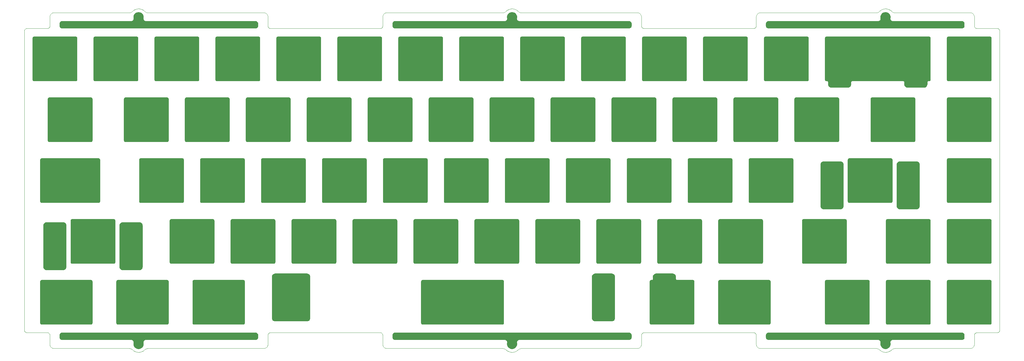
<source format=gbr>
%TF.GenerationSoftware,Altium Limited,Altium Designer,21.6.4 (81)*%
G04 Layer_Color=0*
%FSLAX45Y45*%
%MOMM*%
%TF.SameCoordinates,9FA947FD-24AC-44E9-AB3F-4C708A796988*%
%TF.FilePolarity,Positive*%
%TF.FileFunction,Profile,NP*%
%TF.Part,Single*%
G01*
G75*
%TA.AperFunction,Profile*%
%ADD11C,0.02540*%
G36*
X28179163Y5796064D02*
Y4506064D01*
X28177786Y4493825D01*
X28173718Y4482201D01*
X28167166Y4471772D01*
X28158456Y4463063D01*
X28148029Y4456511D01*
X28136401Y4452443D01*
X28124164Y4451064D01*
X26834164D01*
X26821927Y4452443D01*
X26810300Y4456511D01*
X26799872Y4463063D01*
X26791165Y4471772D01*
X26784610Y4482200D01*
X26780545Y4493825D01*
X26779166Y4506064D01*
Y5796064D01*
X26780545Y5808303D01*
X26784610Y5819927D01*
X26791165Y5830356D01*
X26799872Y5839065D01*
X26810300Y5845617D01*
X26821927Y5849685D01*
X26834164Y5851064D01*
X28124164D01*
X28136401Y5849686D01*
X28148029Y5845617D01*
X28158456Y5839065D01*
X28167166Y5830356D01*
X28173718Y5819928D01*
X28177786Y5808303D01*
X28179163Y5796064D01*
D02*
G37*
G36*
X29131665Y7701064D02*
Y6411064D01*
X29130286Y6398825D01*
X29126218Y6387201D01*
X29119666Y6376772D01*
X29110956Y6368063D01*
X29100528Y6361511D01*
X29088901Y6357443D01*
X29076663Y6356064D01*
X27786664D01*
X27774426Y6357443D01*
X27762802Y6361511D01*
X27752374Y6368063D01*
X27743665Y6376772D01*
X27737109Y6387200D01*
X27733044Y6398825D01*
X27731665Y6411064D01*
Y7701064D01*
X27733041Y7713302D01*
X27737109Y7724927D01*
X27743665Y7735356D01*
X27752374Y7744065D01*
X27762802Y7750617D01*
X27774426Y7754685D01*
X27786664Y7756064D01*
X29076663Y7756065D01*
X29088901Y7754685D01*
X29100528Y7750618D01*
X29110956Y7744065D01*
X29119666Y7735357D01*
X29126218Y7724927D01*
X29130283Y7713303D01*
X29131665Y7701064D01*
D02*
G37*
G36*
X25405414Y9661064D02*
X26695413D01*
X26707651Y9659685D01*
X26719278Y9655617D01*
X26729706Y9649065D01*
X26738416Y9640356D01*
X26744968Y9629927D01*
X26749033Y9618302D01*
X26750415Y9606064D01*
Y8316064D01*
X26749033Y8303825D01*
X26744968Y8292201D01*
X26738416Y8281772D01*
X26729706Y8273063D01*
X26719278Y8266510D01*
X26707651Y8262443D01*
X26695413Y8261063D01*
X25405414D01*
X25393175Y8262443D01*
X25381551Y8266510D01*
X25371123Y8273063D01*
X25362415Y8281772D01*
X25355859Y8292201D01*
X25351793Y8303825D01*
X25350414Y8316064D01*
Y9606064D01*
X25351793Y9618302D01*
X25355859Y9629927D01*
X25362415Y9640356D01*
X25371123Y9649065D01*
X25381551Y9655617D01*
X25393175Y9659685D01*
X25405414Y9661064D01*
D02*
G37*
G36*
X24840414Y2646064D02*
X24817050Y2648697D01*
X24794856Y2656462D01*
X24774948Y2668972D01*
X24758322Y2685598D01*
X24745813Y2705506D01*
X24738046Y2727699D01*
X24735416Y2751064D01*
Y4041064D01*
X24738046Y4064428D01*
X24745813Y4086622D01*
X24758322Y4106530D01*
X24774948Y4123156D01*
X24794856Y4135666D01*
X24817050Y4143431D01*
X24840414Y4146064D01*
X25355414D01*
X25378780Y4143431D01*
X25400974Y4135666D01*
X25420882Y4123156D01*
X25437508Y4106530D01*
X25450015Y4086622D01*
X25457782Y4064429D01*
X25460416Y4041064D01*
Y2751064D01*
X25457782Y2727699D01*
X25450015Y2705506D01*
X25437508Y2685598D01*
X25420882Y2668972D01*
X25400974Y2656462D01*
X25378780Y2648697D01*
X25355414Y2646064D01*
X24840414D01*
D02*
G37*
G36*
X25797913Y11511064D02*
Y10221064D01*
X25796536Y10208825D01*
X25792468Y10197201D01*
X25785916Y10186772D01*
X25777206Y10178063D01*
X25766779Y10171510D01*
X25755151Y10167443D01*
X25742914Y10166063D01*
X24452914D01*
X24440675Y10167442D01*
X24429050Y10171510D01*
X24418622Y10178063D01*
X24409914Y10186772D01*
X24403360Y10197200D01*
X24399292Y10208825D01*
X24397914Y10221064D01*
Y11511064D01*
X24399292Y11523302D01*
X24403360Y11534927D01*
X24409914Y11545356D01*
X24418622Y11554065D01*
X24429050Y11560617D01*
X24440675Y11564685D01*
X24452914Y11566064D01*
X25742914D01*
X25755151Y11564685D01*
X25766779Y11560617D01*
X25777206Y11554065D01*
X25785916Y11545356D01*
X25792468Y11534927D01*
X25796536Y11523302D01*
X25797913Y11511064D01*
D02*
G37*
G36*
X23416664Y7701064D02*
X23416666Y6411064D01*
X23415285Y6398825D01*
X23411218Y6387200D01*
X23404665Y6376772D01*
X23395956Y6368063D01*
X23385529Y6361510D01*
X23373903Y6357443D01*
X23361665Y6356063D01*
X22071664D01*
X22059425Y6357442D01*
X22047801Y6361510D01*
X22037373Y6368063D01*
X22028664Y6376772D01*
X22022112Y6387200D01*
X22018044Y6398825D01*
X22016666Y6411064D01*
X22016664Y7701064D01*
X22018044Y7713302D01*
X22022110Y7724927D01*
X22028664Y7735356D01*
X22037372Y7744064D01*
X22047801Y7750617D01*
X22059425Y7754685D01*
X22071664Y7756064D01*
X23361664D01*
X23373901Y7754685D01*
X23385529Y7750617D01*
X23395956Y7744065D01*
X23404665Y7735356D01*
X23411217Y7724927D01*
X23415285Y7713302D01*
X23416664Y7701064D01*
D02*
G37*
G36*
X22940414Y9606064D02*
Y8316064D01*
X22939035Y8303825D01*
X22934967Y8292200D01*
X22928415Y8281772D01*
X22919707Y8273063D01*
X22909277Y8266510D01*
X22897652Y8262442D01*
X22885414Y8261063D01*
X21595415D01*
X21583176Y8262442D01*
X21571552Y8266510D01*
X21561122Y8273062D01*
X21552414Y8281772D01*
X21545860Y8292200D01*
X21541792Y8303825D01*
X21540414Y8316064D01*
Y9606064D01*
X21541792Y9618302D01*
X21545860Y9629927D01*
X21552414Y9640356D01*
X21561122Y9649064D01*
X21571552Y9655617D01*
X21583176Y9659685D01*
X21595415Y9661064D01*
X22885414D01*
X22897652Y9659685D01*
X22909277Y9655617D01*
X22919707Y9649065D01*
X22928415Y9640356D01*
X22934967Y9629927D01*
X22939035Y9618302D01*
X22940414Y9606064D01*
D02*
G37*
G36*
X25321664Y7701064D02*
X25321664Y6411064D01*
X25320285Y6398825D01*
X25316219Y6387200D01*
X25309665Y6376772D01*
X25300957Y6368063D01*
X25290527Y6361511D01*
X25278903Y6357443D01*
X25266666Y6356064D01*
X23976665Y6356063D01*
X23964426Y6357443D01*
X23952802Y6361510D01*
X23942374Y6368063D01*
X23933664Y6376772D01*
X23927110Y6387200D01*
X23923042Y6398825D01*
X23921664Y6411064D01*
X23921664Y7701064D01*
X23923042Y7713302D01*
X23927110Y7724927D01*
X23933664Y7735356D01*
X23942372Y7744065D01*
X23952802Y7750617D01*
X23964426Y7754685D01*
X23976665Y7756064D01*
X25266664D01*
X25278902Y7754685D01*
X25290527Y7750617D01*
X25300957Y7744065D01*
X25309665Y7735356D01*
X25316217Y7724927D01*
X25320285Y7713302D01*
X25321664Y7701064D01*
D02*
G37*
G36*
X21987914Y11511064D02*
Y10221064D01*
X21986536Y10208825D01*
X21982468Y10197200D01*
X21975916Y10186772D01*
X21967206Y10178062D01*
X21956778Y10171510D01*
X21945152Y10167442D01*
X21932915Y10166063D01*
X20642914D01*
X20630675Y10167442D01*
X20619051Y10171510D01*
X20608623Y10178062D01*
X20599915Y10186772D01*
X20593359Y10197200D01*
X20589291Y10208825D01*
X20587914Y10221064D01*
Y11511064D01*
X20589291Y11523302D01*
X20593359Y11534926D01*
X20599915Y11545356D01*
X20608623Y11554064D01*
X20619051Y11560617D01*
X20630675Y11564684D01*
X20642914Y11566064D01*
X21932915D01*
X21945152Y11564684D01*
X21956778Y11560617D01*
X21967206Y11554064D01*
X21975916Y11545356D01*
X21982468Y11534926D01*
X21986536Y11523302D01*
X21987914Y11511064D01*
D02*
G37*
G36*
X21511664Y7701064D02*
X21511665Y6411064D01*
X21510284Y6398825D01*
X21506218Y6387200D01*
X21499664Y6376772D01*
X21490958Y6368063D01*
X21480528Y6361510D01*
X21468903Y6357442D01*
X21456665Y6356063D01*
X20166666D01*
X20154427Y6357442D01*
X20142801Y6361510D01*
X20132373Y6368063D01*
X20123663Y6376772D01*
X20117111Y6387200D01*
X20113043Y6398825D01*
X20111665Y6411064D01*
X20111664Y7701064D01*
X20113043Y7713302D01*
X20117110Y7724927D01*
X20123663Y7735356D01*
X20132372Y7744064D01*
X20142801Y7750617D01*
X20154425Y7754685D01*
X20166664Y7756064D01*
X21456664D01*
X21468903Y7754685D01*
X21480528Y7750617D01*
X21490956Y7744064D01*
X21499664Y7735356D01*
X21506216Y7724927D01*
X21510284Y7713302D01*
X21511664Y7701064D01*
D02*
G37*
G36*
X19551665Y6356063D02*
X18261665Y6356063D01*
X18249426Y6357442D01*
X18237801Y6361510D01*
X18227373Y6368062D01*
X18218665Y6376771D01*
X18212111Y6387200D01*
X18208043Y6398824D01*
X18206665Y6411063D01*
X18206664Y7701063D01*
X18208043Y7713302D01*
X18212109Y7724926D01*
X18218665Y7735356D01*
X18227373Y7744064D01*
X18237801Y7750617D01*
X18249425Y7754684D01*
X18261664Y7756064D01*
X19551665D01*
X19563902Y7754685D01*
X19575528Y7750617D01*
X19585956Y7744064D01*
X19594666Y7735356D01*
X19601218Y7724927D01*
X19605286Y7713302D01*
X19606664Y7701064D01*
X19606665Y6411064D01*
X19605286Y6398825D01*
X19601218Y6387200D01*
X19594666Y6376772D01*
X19585957Y6368063D01*
X19575528Y6361510D01*
X19563902Y6357442D01*
X19551665Y6356063D01*
D02*
G37*
G36*
X25881665Y7756064D02*
X27171664D01*
X27183902Y7754685D01*
X27195529Y7750617D01*
X27205957Y7744065D01*
X27214664Y7735356D01*
X27221219Y7724927D01*
X27225284Y7713302D01*
X27226663Y7701064D01*
Y6411064D01*
X27225287Y6398825D01*
X27221219Y6387200D01*
X27214664Y6376772D01*
X27205957Y6368063D01*
X27195529Y6361511D01*
X27183902Y6357443D01*
X27171664Y6356064D01*
X25881665D01*
X25869427Y6357443D01*
X25857800Y6361511D01*
X25847372Y6368063D01*
X25838663Y6376772D01*
X25832111Y6387200D01*
X25828043Y6398825D01*
X25826666Y6411064D01*
X25826663Y7701064D01*
X25828043Y7713302D01*
X25832111Y7724927D01*
X25838663Y7735356D01*
X25847372Y7744065D01*
X25857800Y7750617D01*
X25869424Y7754685D01*
X25881665Y7756064D01*
D02*
G37*
G36*
X16749164Y5796063D02*
Y4506063D01*
X16747784Y4493824D01*
X16743718Y4482200D01*
X16737164Y4471771D01*
X16728456Y4463062D01*
X16718028Y4456510D01*
X16706403Y4452442D01*
X16694164Y4451063D01*
X15404164D01*
X15391927Y4452442D01*
X15380301Y4456510D01*
X15369872Y4463062D01*
X15361163Y4471771D01*
X15354611Y4482199D01*
X15350543Y4493824D01*
X15349164Y4506063D01*
Y5796063D01*
X15350543Y5808302D01*
X15354611Y5819926D01*
X15361163Y5830355D01*
X15369872Y5839064D01*
X15380301Y5845616D01*
X15391927Y5849684D01*
X15404164Y5851063D01*
X16694164D01*
X16706403Y5849685D01*
X16718028Y5845616D01*
X16728456Y5839064D01*
X16737164Y5830355D01*
X16743718Y5819927D01*
X16747784Y5808302D01*
X16749164Y5796063D01*
D02*
G37*
G36*
X17225414Y9606064D02*
Y8316064D01*
X17224036Y8303825D01*
X17219968Y8292200D01*
X17213416Y8281772D01*
X17204706Y8273062D01*
X17194278Y8266510D01*
X17182652Y8262442D01*
X17170415Y8261063D01*
X15880414Y8261062D01*
X15868176Y8262442D01*
X15856551Y8266509D01*
X15846123Y8273062D01*
X15837415Y8281771D01*
X15830861Y8292200D01*
X15826793Y8303824D01*
X15825414Y8316063D01*
Y9606063D01*
X15826793Y9618301D01*
X15830861Y9629926D01*
X15837415Y9640355D01*
X15846123Y9649064D01*
X15856551Y9655616D01*
X15868176Y9659684D01*
X15880414Y9661063D01*
X17170415Y9661064D01*
X17182652Y9659684D01*
X17194278Y9655617D01*
X17204706Y9649064D01*
X17213416Y9640356D01*
X17219968Y9629926D01*
X17224036Y9618302D01*
X17225414Y9606064D01*
D02*
G37*
G36*
X15830415Y2646063D02*
X14839165Y2646063D01*
X14815800Y2648695D01*
X14793607Y2656461D01*
X14773698Y2668971D01*
X14757072Y2685597D01*
X14744563Y2705505D01*
X14736798Y2727698D01*
X14734164Y2751063D01*
Y4041063D01*
X14736798Y4064428D01*
X14744563Y4086621D01*
X14757072Y4106529D01*
X14773698Y4123155D01*
X14793607Y4135665D01*
X14815800Y4143430D01*
X14839165Y4146063D01*
X15830415D01*
X15853780Y4143430D01*
X15875972Y4135665D01*
X15895882Y4123155D01*
X15912508Y4106529D01*
X15925017Y4086621D01*
X15932782Y4064428D01*
X15935414Y4041063D01*
Y2751063D01*
X15932782Y2727698D01*
X15925017Y2705505D01*
X15912508Y2685597D01*
X15895882Y2668971D01*
X15875972Y2656461D01*
X15853780Y2648696D01*
X15830415Y2646063D01*
D02*
G37*
G36*
X8597913Y10166062D02*
X7307915D01*
X7295676Y10167441D01*
X7284051Y10171509D01*
X7273622Y10178061D01*
X7264913Y10186771D01*
X7258360Y10197199D01*
X7254293Y10208824D01*
X7252914Y10221063D01*
X7252914Y11511063D01*
X7254293Y11523301D01*
X7258360Y11534925D01*
X7264913Y11545355D01*
X7273622Y11554063D01*
X7284050Y11560616D01*
X7295676Y11564683D01*
X7307914Y11566063D01*
X8597913D01*
X8610152Y11564683D01*
X8621777Y11560616D01*
X8632205Y11554063D01*
X8640914Y11545355D01*
X8647468Y11534925D01*
X8651535Y11523301D01*
X8652913Y11511063D01*
X8652914Y10221063D01*
X8651535Y10208824D01*
X8647468Y10197199D01*
X8640915Y10186771D01*
X8632205Y10178061D01*
X8621777Y10171509D01*
X8610152Y10167441D01*
X8597913Y10166062D01*
D02*
G37*
G36*
X9312290Y6356062D02*
X7546039Y6356062D01*
X7533800Y6357441D01*
X7522176Y6361509D01*
X7511747Y6368061D01*
X7503039Y6376770D01*
X7496486Y6387199D01*
X7492418Y6398823D01*
X7491039Y6411062D01*
Y7701062D01*
X7492418Y7713301D01*
X7496486Y7724925D01*
X7503039Y7735355D01*
X7511747Y7744063D01*
X7522176Y7750616D01*
X7533800Y7754683D01*
X7546039Y7756063D01*
X9312290D01*
X9324528Y7754684D01*
X9336153Y7750616D01*
X9346582Y7744063D01*
X9355290Y7735355D01*
X9361842Y7724926D01*
X9365910Y7713301D01*
X9367290Y7701063D01*
Y6411063D01*
X9365910Y6398824D01*
X9361842Y6387199D01*
X9355290Y6376771D01*
X9346582Y6368062D01*
X9336153Y6361509D01*
X9324528Y6357441D01*
X9312290Y6356062D01*
D02*
G37*
G36*
X30267291Y2546064D02*
X28739166Y2546064D01*
X28726926Y2547443D01*
X28715302Y2551511D01*
X28704874Y2558063D01*
X28696164Y2566772D01*
X28689609Y2577201D01*
X28685544Y2588825D01*
X28684164Y2601064D01*
Y3891064D01*
X28685544Y3903303D01*
X28689609Y3914928D01*
X28696164Y3925356D01*
X28704874Y3934065D01*
X28715302Y3940617D01*
X28726926Y3944686D01*
X28739166Y3946064D01*
X30267291D01*
X30279529Y3944686D01*
X30291153Y3940617D01*
X30301581Y3934065D01*
X30310291Y3925356D01*
X30316843Y3914928D01*
X30320911Y3903303D01*
X30322290Y3891064D01*
Y2601064D01*
X30320911Y2588826D01*
X30316843Y2577201D01*
X30310291Y2566772D01*
X30301581Y2558064D01*
X30291153Y2551511D01*
X30279529Y2547443D01*
X30267291Y2546064D01*
D02*
G37*
G36*
X35882916Y7756065D02*
X37172913D01*
X37185153Y7754686D01*
X37196777Y7750618D01*
X37207205Y7744066D01*
X37215915Y7735357D01*
X37222467Y7724928D01*
X37226535Y7713303D01*
X37227914Y7701065D01*
Y6411065D01*
X37226535Y6398826D01*
X37222467Y6387201D01*
X37215915Y6376773D01*
X37207205Y6368064D01*
X37196777Y6361512D01*
X37185153Y6357444D01*
X37172913Y6356065D01*
X35882916Y6356065D01*
X35870676Y6357444D01*
X35859052Y6361511D01*
X35848624Y6368064D01*
X35839914Y6376773D01*
X35833359Y6387201D01*
X35829294Y6398826D01*
X35827914Y6411065D01*
Y7701065D01*
X35829291Y7713303D01*
X35833359Y7724928D01*
X35839914Y7735357D01*
X35848624Y7744066D01*
X35859052Y7750618D01*
X35870676Y7754686D01*
X35882916Y7756065D01*
D02*
G37*
G36*
Y3946065D02*
X37172913Y3946065D01*
X37185153Y3944686D01*
X37196777Y3940618D01*
X37207205Y3934066D01*
X37215915Y3925357D01*
X37222467Y3914928D01*
X37226535Y3903304D01*
X37227914Y3891065D01*
Y2601065D01*
X37226535Y2588826D01*
X37222467Y2577202D01*
X37215915Y2566773D01*
X37207205Y2558064D01*
X37196777Y2551512D01*
X37185153Y2547444D01*
X37172913Y2546065D01*
X35882916D01*
X35870676Y2547444D01*
X35859052Y2551512D01*
X35848624Y2558064D01*
X35839914Y2566773D01*
X35833359Y2577202D01*
X35829294Y2588826D01*
X35827914Y2601065D01*
Y3891065D01*
X35829294Y3903303D01*
X35833359Y3914928D01*
X35839914Y3925357D01*
X35848624Y3934065D01*
X35859052Y3940618D01*
X35870676Y3944686D01*
X35882916Y3946065D01*
D02*
G37*
G36*
X35322913Y5796065D02*
Y4506065D01*
X35321536Y4493826D01*
X35317468Y4482201D01*
X35310916Y4471773D01*
X35302206Y4463064D01*
X35291779Y4456511D01*
X35280151Y4452444D01*
X35267914Y4451065D01*
X33977914D01*
X33965677Y4452444D01*
X33954050Y4456511D01*
X33943622Y4463064D01*
X33934915Y4471773D01*
X33928360Y4482201D01*
X33924295Y4493826D01*
X33922916Y4506065D01*
Y5796065D01*
X33924295Y5808303D01*
X33928360Y5819928D01*
X33934915Y5830357D01*
X33943622Y5839065D01*
X33954050Y5845618D01*
X33965677Y5849686D01*
X33977914Y5851065D01*
X35267914D01*
X35280151Y5849686D01*
X35291779Y5845618D01*
X35302206Y5839065D01*
X35310916Y5830357D01*
X35317468Y5819928D01*
X35321536Y5808303D01*
X35322913Y5796065D01*
D02*
G37*
G36*
X32703540D02*
Y4506065D01*
X32702161Y4493826D01*
X32698093Y4482201D01*
X32691541Y4471773D01*
X32682831Y4463064D01*
X32672403Y4456511D01*
X32660779Y4452443D01*
X32648541Y4451065D01*
X31358539D01*
X31346301Y4452443D01*
X31334677Y4456511D01*
X31324246Y4463064D01*
X31315540Y4471773D01*
X31308987Y4482201D01*
X31304919Y4493826D01*
X31303540Y4506065D01*
Y5796065D01*
X31304919Y5808303D01*
X31308987Y5819928D01*
X31315540Y5830357D01*
X31324246Y5839065D01*
X31334677Y5845618D01*
X31346301Y5849686D01*
X31358539Y5851065D01*
X32648541D01*
X32660779Y5849686D01*
X32672403Y5845618D01*
X32682831Y5839065D01*
X32691541Y5830357D01*
X32698093Y5819928D01*
X32702161Y5808303D01*
X32703540Y5796065D01*
D02*
G37*
G36*
X32465414Y9606065D02*
Y8316065D01*
X32464035Y8303826D01*
X32459967Y8292201D01*
X32453415Y8281773D01*
X32444705Y8273063D01*
X32434277Y8266511D01*
X32422653Y8262443D01*
X32410413Y8261065D01*
X31120416D01*
X31108176Y8262443D01*
X31096552Y8266511D01*
X31086124Y8273063D01*
X31077414Y8281773D01*
X31070859Y8292201D01*
X31066791Y8303826D01*
X31065414Y8316065D01*
Y9606065D01*
X31066791Y9618303D01*
X31070859Y9629928D01*
X31077414Y9640357D01*
X31086124Y9649065D01*
X31096552Y9655618D01*
X31108176Y9659686D01*
X31120416Y9661065D01*
X32410413D01*
X32422653Y9659686D01*
X32434277Y9655618D01*
X32444705Y9649065D01*
X32453415Y9640357D01*
X32459967Y9629928D01*
X32464035Y9618303D01*
X32465414Y9606065D01*
D02*
G37*
G36*
X32732288Y6411065D02*
Y7701065D01*
X32733667Y7713303D01*
X32737735Y7724928D01*
X32744287Y7735357D01*
X32752997Y7744065D01*
X32763425Y7750618D01*
X32775049Y7754686D01*
X32787289Y7756065D01*
X34077289D01*
X34089529Y7754686D01*
X34101151Y7750618D01*
X34111581Y7744066D01*
X34120288Y7735357D01*
X34126843Y7724928D01*
X34130911Y7713303D01*
X34132291Y7701065D01*
Y6411065D01*
X34130911Y6398826D01*
X34126843Y6387201D01*
X34120291Y6376773D01*
X34111581Y6368064D01*
X34101154Y6361511D01*
X34089529Y6357444D01*
X34077289Y6356065D01*
X32787289D01*
X32775049Y6357443D01*
X32763428Y6361511D01*
X32752997Y6368064D01*
X32744290Y6376773D01*
X32737735Y6387201D01*
X32733667Y6398826D01*
X32732288Y6411065D01*
D02*
G37*
G36*
X34498541Y10138564D02*
X34497849Y10144684D01*
X34495816Y10150496D01*
X34492538Y10155710D01*
X34488184Y10160065D01*
X34482971Y10163342D01*
X34477158Y10165376D01*
X34471039Y10166065D01*
X32869788D01*
X32863669Y10165375D01*
X32857855Y10163342D01*
X32852643Y10160065D01*
X32848288Y10155710D01*
X32845013Y10150496D01*
X32842978Y10144684D01*
X32842288Y10138564D01*
Y10071064D01*
X32839655Y10047699D01*
X32831891Y10025507D01*
X32819382Y10005598D01*
X32802753Y9988973D01*
X32782846Y9976463D01*
X32760654Y9968697D01*
X32737289Y9966065D01*
X32222290D01*
X32198923Y9968697D01*
X32176733Y9976463D01*
X32156821Y9988973D01*
X32140195Y10005598D01*
X32127686Y10025507D01*
X32119922Y10047699D01*
X32117291Y10071064D01*
Y10138564D01*
X32116599Y10144684D01*
X32114566Y10150496D01*
X32111288Y10155710D01*
X32106934Y10160065D01*
X32101721Y10163342D01*
X32095908Y10165375D01*
X32089789Y10166065D01*
X32072916D01*
X32060675Y10167443D01*
X32049051Y10171511D01*
X32038623Y10178063D01*
X32029913Y10186773D01*
X32023361Y10197201D01*
X32019293Y10208826D01*
X32017914Y10221065D01*
Y11511065D01*
X32019293Y11523303D01*
X32023361Y11534927D01*
X32029913Y11545357D01*
X32038623Y11554065D01*
X32049051Y11560618D01*
X32060675Y11564685D01*
X32072916Y11566065D01*
X35267914D01*
X35280151Y11564686D01*
X35291779Y11560618D01*
X35302206Y11554066D01*
X35310916Y11545357D01*
X35317468Y11534928D01*
X35321533Y11523303D01*
X35322913Y11511065D01*
Y10221065D01*
X35321533Y10208826D01*
X35317468Y10197201D01*
X35310916Y10186773D01*
X35302206Y10178064D01*
X35291779Y10171511D01*
X35280151Y10167443D01*
X35267914Y10166065D01*
X35251038D01*
X35244919Y10165376D01*
X35239105Y10163342D01*
X35233893Y10160065D01*
X35229538Y10155710D01*
X35226263Y10150496D01*
X35224228Y10144684D01*
X35223538Y10138564D01*
Y10071064D01*
X35220905Y10047701D01*
X35213141Y10025507D01*
X35200632Y10005598D01*
X35184003Y9988973D01*
X35164096Y9976463D01*
X35141904Y9968697D01*
X35118539Y9966065D01*
X34603540D01*
X34580173Y9968697D01*
X34557983Y9976463D01*
X34538071Y9988973D01*
X34521445Y10005598D01*
X34508936Y10025507D01*
X34501172Y10047701D01*
X34498541Y10071064D01*
Y10138564D01*
D02*
G37*
G36*
X35882916Y11566065D02*
X37172913D01*
X37185153Y11564686D01*
X37196777Y11560618D01*
X37207205Y11554066D01*
X37215915Y11545357D01*
X37222467Y11534928D01*
X37226535Y11523303D01*
X37227914Y11511065D01*
Y10221065D01*
X37226535Y10208826D01*
X37222467Y10197202D01*
X37215915Y10186773D01*
X37207205Y10178064D01*
X37196777Y10171511D01*
X37185153Y10167444D01*
X37172913Y10166065D01*
X35882916D01*
X35870676Y10167443D01*
X35859052Y10171511D01*
X35848624Y10178064D01*
X35839914Y10186773D01*
X35833359Y10197201D01*
X35829291Y10208826D01*
X35827914Y10221065D01*
Y11511065D01*
X35829291Y11523303D01*
X35833359Y11534928D01*
X35839914Y11545357D01*
X35848624Y11554066D01*
X35859052Y11560618D01*
X35870676Y11564686D01*
X35882916Y11566065D01*
D02*
G37*
G36*
X30981665Y6356065D02*
X29691666Y6356064D01*
X29679425Y6357443D01*
X29667801Y6361511D01*
X29657373Y6368063D01*
X29648663Y6376772D01*
X29642111Y6387201D01*
X29638043Y6398825D01*
X29636664Y6411064D01*
Y7701064D01*
X29638043Y7713303D01*
X29642111Y7724927D01*
X29648663Y7735357D01*
X29657373Y7744065D01*
X29667801Y7750618D01*
X29679425Y7754685D01*
X29691666Y7756065D01*
X30981665D01*
X30993903Y7754686D01*
X31005527Y7750618D01*
X31015955Y7744065D01*
X31024664Y7735357D01*
X31031219Y7724928D01*
X31035284Y7713303D01*
X31036664Y7701065D01*
Y6411065D01*
X31035287Y6398826D01*
X31031219Y6387201D01*
X31024664Y6376773D01*
X31015955Y6368064D01*
X31005527Y6361511D01*
X30993903Y6357443D01*
X30981665Y6356065D01*
D02*
G37*
G36*
X33756146Y12139064D02*
X33752917Y12172205D01*
X33756619Y12205296D01*
X33767090Y12236905D01*
X33783875Y12265663D01*
X33806250Y12290323D01*
X33833243Y12309818D01*
X33863687Y12323305D01*
X33896265Y12330196D01*
X33929562D01*
X33962140Y12323305D01*
X33992584Y12309818D01*
X34019580Y12290323D01*
X34041953Y12265664D01*
X34058740Y12236906D01*
X34069208Y12205297D01*
X34072910Y12172206D01*
X34069681Y12139065D01*
X34068130Y12122003D01*
X34070370Y12105016D01*
X34076282Y12088937D01*
X34085583Y12074549D01*
X34097821Y12062558D01*
X34112393Y12053548D01*
X34128589Y12047959D01*
X34145615Y12046065D01*
X36305014D01*
X36322260Y12044122D01*
X36338641Y12038390D01*
X36353336Y12029157D01*
X36365607Y12016885D01*
X36374841Y12002191D01*
X36380569Y11985810D01*
X36382513Y11968565D01*
Y11896065D01*
X36380569Y11878820D01*
X36374841Y11862439D01*
X36365607Y11847745D01*
X36353336Y11835473D01*
X36338641Y11826240D01*
X36322260Y11820508D01*
X36305014Y11818565D01*
X30253314Y11818564D01*
X30236069Y11820508D01*
X30219687Y11826239D01*
X30204993Y11835472D01*
X30192722Y11847744D01*
X30183487Y11862438D01*
X30177759Y11878819D01*
X30175812Y11896065D01*
Y11968564D01*
X30177759Y11985810D01*
X30183487Y12002190D01*
X30192722Y12016884D01*
X30204993Y12029157D01*
X30219687Y12038389D01*
X30236069Y12044121D01*
X30253314Y12046064D01*
X33680212D01*
X33697241Y12047958D01*
X33713437Y12053547D01*
X33728006Y12062558D01*
X33740244Y12074549D01*
X33749545Y12088936D01*
X33755460Y12105016D01*
X33757697Y12122002D01*
X33756146Y12139064D01*
D02*
G37*
G36*
X10411146Y12139062D02*
X10407917Y12172203D01*
X10411618Y12205294D01*
X10422088Y12236903D01*
X10438875Y12265661D01*
X10461249Y12290321D01*
X10488243Y12309816D01*
X10518688Y12323302D01*
X10551265Y12330193D01*
X10584563D01*
X10617139Y12323302D01*
X10647584Y12309816D01*
X10674579Y12290321D01*
X10696953Y12265662D01*
X10713739Y12236904D01*
X10724208Y12205295D01*
X10727909Y12172204D01*
X10724682Y12139063D01*
X10723131Y12122001D01*
X10725367Y12105014D01*
X10731282Y12088935D01*
X10740584Y12074547D01*
X10752821Y12062556D01*
X10767392Y12053546D01*
X10783587Y12047957D01*
X10800615Y12046063D01*
X14227515D01*
X14244759Y12044120D01*
X14261140Y12038388D01*
X14275835Y12029155D01*
X14288106Y12016883D01*
X14297339Y12002189D01*
X14303072Y11985808D01*
X14305014Y11968563D01*
Y11896063D01*
X14303072Y11878818D01*
X14297339Y11862437D01*
X14288106Y11847743D01*
X14275835Y11835471D01*
X14261140Y11826238D01*
X14244759Y11820506D01*
X14227515Y11818563D01*
X8175814Y11818562D01*
X8158568Y11820506D01*
X8142187Y11826237D01*
X8127493Y11835470D01*
X8115222Y11847742D01*
X8105988Y11862436D01*
X8100257Y11878817D01*
X8098313Y11896063D01*
Y11968562D01*
X8100257Y11985808D01*
X8105988Y12002188D01*
X8115222Y12016882D01*
X8127493Y12029155D01*
X8142187Y12038387D01*
X8158568Y12044119D01*
X8175814Y12046062D01*
X10335212D01*
X10352240Y12047956D01*
X10368435Y12053545D01*
X10383007Y12062556D01*
X10395244Y12074547D01*
X10404546Y12088934D01*
X10410459Y12105014D01*
X10412696Y12122000D01*
X10411146Y12139062D01*
D02*
G37*
G36*
X9074164Y2546062D02*
X7546039D01*
X7533801Y2547441D01*
X7522176Y2551509D01*
X7511747Y2558062D01*
X7503039Y2566770D01*
X7496487Y2577199D01*
X7492419Y2588824D01*
X7491039Y2601062D01*
X7491039Y3891062D01*
X7492419Y3903301D01*
X7496487Y3914926D01*
X7503039Y3925354D01*
X7511747Y3934063D01*
X7522176Y3940615D01*
X7533800Y3944684D01*
X7546039Y3946062D01*
X9074164Y3946063D01*
X9086403Y3944684D01*
X9098028Y3940616D01*
X9108456Y3934063D01*
X9117165Y3925355D01*
X9123718Y3914926D01*
X9127785Y3903301D01*
X9129164Y3891063D01*
X9129164Y2601062D01*
X9127786Y2588824D01*
X9123719Y2577199D01*
X9117165Y2566770D01*
X9108456Y2558062D01*
X9098028Y2551509D01*
X9086403Y2547441D01*
X9074164Y2546062D01*
D02*
G37*
G36*
X13499165Y5851063D02*
X14789165Y5851063D01*
X14801402Y5849684D01*
X14813028Y5845616D01*
X14823456Y5839064D01*
X14832166Y5830355D01*
X14838718Y5819926D01*
X14842786Y5808302D01*
X14844164Y5796063D01*
Y4506063D01*
X14842786Y4493824D01*
X14838718Y4482199D01*
X14832166Y4471771D01*
X14823456Y4463062D01*
X14813028Y4456510D01*
X14801402Y4452442D01*
X14789165Y4451063D01*
X13499165Y4451062D01*
X13486926Y4452442D01*
X13475301Y4456509D01*
X13464873Y4463062D01*
X13456165Y4471771D01*
X13449611Y4482199D01*
X13445544Y4493824D01*
X13444165Y4506063D01*
X13444165Y5796063D01*
X13445543Y5808301D01*
X13449609Y5819926D01*
X13456165Y5830355D01*
X13464873Y5839063D01*
X13475301Y5845616D01*
X13486926Y5849684D01*
X13499165Y5851063D01*
D02*
G37*
G36*
X11510414Y9606063D02*
X11510414Y8316063D01*
X11509035Y8303824D01*
X11504968Y8292199D01*
X11498415Y8281771D01*
X11489706Y8273062D01*
X11479278Y8266509D01*
X11467652Y8262441D01*
X11455414Y8261062D01*
X10165415D01*
X10153176Y8262441D01*
X10141551Y8266509D01*
X10131123Y8273061D01*
X10122414Y8281771D01*
X10115860Y8292199D01*
X10111793Y8303824D01*
X10110415Y8316063D01*
X10110414Y9606063D01*
X10111793Y9618301D01*
X10115860Y9629926D01*
X10122413Y9640355D01*
X10131122Y9649063D01*
X10141551Y9655616D01*
X10153176Y9659684D01*
X10165415Y9661063D01*
X11455413D01*
X11467652Y9659684D01*
X11479277Y9655616D01*
X11489705Y9649064D01*
X11498415Y9640355D01*
X11504968Y9629926D01*
X11509035Y9618301D01*
X11510414Y9606063D01*
D02*
G37*
G36*
X11986664Y7701063D02*
Y6411063D01*
X11985285Y6398824D01*
X11981218Y6387199D01*
X11974665Y6376771D01*
X11965956Y6368062D01*
X11955528Y6361509D01*
X11943902Y6357442D01*
X11931664Y6356062D01*
X10641665D01*
X10629426Y6357442D01*
X10617801Y6361509D01*
X10607373Y6368062D01*
X10598664Y6376771D01*
X10592110Y6387199D01*
X10588043Y6398824D01*
X10586665Y6411063D01*
Y7701063D01*
X10588043Y7713301D01*
X10592110Y7724926D01*
X10598664Y7735355D01*
X10607373Y7744063D01*
X10617801Y7750616D01*
X10629426Y7754684D01*
X10641665Y7756063D01*
X11931664D01*
X11943902Y7754684D01*
X11955528Y7750616D01*
X11965956Y7744064D01*
X11974665Y7735355D01*
X11981218Y7724926D01*
X11985285Y7713301D01*
X11986664Y7701063D01*
D02*
G37*
G36*
X13891664Y7701063D02*
Y6411063D01*
X13890285Y6398824D01*
X13886218Y6387199D01*
X13879665Y6376771D01*
X13870956Y6368062D01*
X13860529Y6361510D01*
X13848903Y6357442D01*
X13836664Y6356063D01*
X12546665Y6356062D01*
X12534426Y6357442D01*
X12522801Y6361509D01*
X12512373Y6368062D01*
X12503664Y6376771D01*
X12497110Y6387199D01*
X12493043Y6398824D01*
X12491665Y6411063D01*
Y7701063D01*
X12493043Y7713301D01*
X12497110Y7724926D01*
X12503664Y7735355D01*
X12512373Y7744064D01*
X12522801Y7750616D01*
X12534426Y7754684D01*
X12546665Y7756063D01*
X13836664D01*
X13848903Y7754684D01*
X13860529Y7750616D01*
X13870956Y7744064D01*
X13879665Y7735355D01*
X13886218Y7724926D01*
X13890285Y7713301D01*
X13891664Y7701063D01*
D02*
G37*
G36*
X12308539Y3946063D02*
X13836665Y3946063D01*
X13848903Y3944684D01*
X13860529Y3940616D01*
X13870956Y3934064D01*
X13879665Y3925355D01*
X13886218Y3914926D01*
X13890286Y3903302D01*
X13891666Y3891063D01*
Y2601063D01*
X13890286Y2588824D01*
X13886218Y2577200D01*
X13879665Y2566771D01*
X13870956Y2558062D01*
X13860529Y2551510D01*
X13848903Y2547442D01*
X13836665Y2546063D01*
X12308539D01*
X12296301Y2547442D01*
X12284676Y2551510D01*
X12274247Y2558062D01*
X12265539Y2566771D01*
X12258987Y2577200D01*
X12254919Y2588824D01*
X12253539Y2601063D01*
X12253539Y3891063D01*
X12254919Y3903301D01*
X12258987Y3914926D01*
X12265539Y3925355D01*
X12274247Y3934063D01*
X12284676Y3940616D01*
X12296300Y3944684D01*
X12308539Y3946063D01*
D02*
G37*
G36*
X10557913Y11511063D02*
X10557914Y10221063D01*
X10556535Y10208824D01*
X10552468Y10197199D01*
X10545915Y10186771D01*
X10537205Y10178061D01*
X10526777Y10171509D01*
X10515152Y10167441D01*
X10502913Y10166062D01*
X9212915D01*
X9200676Y10167441D01*
X9189051Y10171509D01*
X9178622Y10178061D01*
X9169913Y10186771D01*
X9163360Y10197199D01*
X9159293Y10208824D01*
X9157914Y10221063D01*
X9157914Y11511063D01*
X9159293Y11523301D01*
X9163360Y11534925D01*
X9169913Y11545355D01*
X9178622Y11554063D01*
X9189050Y11560616D01*
X9200676Y11564683D01*
X9212914Y11566063D01*
X10502913D01*
X10515152Y11564683D01*
X10526777Y11560616D01*
X10537205Y11554063D01*
X10545914Y11545355D01*
X10552468Y11534925D01*
X10556535Y11523301D01*
X10557913Y11511063D01*
D02*
G37*
G36*
X10076664Y4251062D02*
X10053299Y4253695D01*
X10031107Y4261461D01*
X10011198Y4273970D01*
X9994573Y4290596D01*
X9982063Y4310504D01*
X9974297Y4332698D01*
X9971665Y4356062D01*
X9971665Y5646062D01*
X9974297Y5669427D01*
X9982062Y5691620D01*
X9994572Y5711529D01*
X10011198Y5728155D01*
X10031107Y5740664D01*
X10053299Y5748430D01*
X10076664Y5751062D01*
X10591664D01*
X10615029Y5748430D01*
X10637222Y5740665D01*
X10657130Y5728155D01*
X10673756Y5711529D01*
X10686266Y5691620D01*
X10694031Y5669427D01*
X10696664Y5646063D01*
X10696664Y4356063D01*
X10694032Y4332698D01*
X10686266Y4310505D01*
X10673756Y4290596D01*
X10657131Y4273971D01*
X10637222Y4261461D01*
X10615030Y4253695D01*
X10591665Y4251062D01*
X10076664D01*
D02*
G37*
G36*
X19075414Y8261063D02*
X17785414D01*
X17773177Y8262442D01*
X17761551Y8266510D01*
X17751122Y8273062D01*
X17742413Y8281772D01*
X17735861Y8292200D01*
X17731793Y8303825D01*
X17730414Y8316064D01*
Y9606064D01*
X17731793Y9618302D01*
X17735861Y9629926D01*
X17742413Y9640356D01*
X17751122Y9649064D01*
X17761551Y9655617D01*
X17773177Y9659684D01*
X17785414Y9661064D01*
X19075414D01*
X19087653Y9659684D01*
X19099278Y9655617D01*
X19109706Y9649064D01*
X19118414Y9640356D01*
X19124966Y9629926D01*
X19129034Y9618302D01*
X19130414Y9606064D01*
Y8316064D01*
X19129034Y8303825D01*
X19124966Y8292200D01*
X19118414Y8281772D01*
X19109706Y8273062D01*
X19099278Y8266510D01*
X19087653Y8262442D01*
X19075414Y8261063D01*
D02*
G37*
G36*
X10724683Y1973062D02*
X10727910Y1939921D01*
X10724209Y1906830D01*
X10713740Y1875222D01*
X10696954Y1846464D01*
X10674580Y1821804D01*
X10647586Y1802309D01*
X10617140Y1788823D01*
X10584564Y1781931D01*
X10551266D01*
X10518689Y1788823D01*
X10488244Y1802309D01*
X10461250Y1821804D01*
X10438876Y1846464D01*
X10422089Y1875222D01*
X10411620Y1906830D01*
X10407918Y1939921D01*
X10411147Y1973062D01*
X10412697Y1990125D01*
X10410460Y2007111D01*
X10404547Y2023191D01*
X10395245Y2037578D01*
X10383008Y2049570D01*
X10368436Y2058580D01*
X10352241Y2064169D01*
X10335213Y2066063D01*
X8175815Y2066063D01*
X8158569Y2068005D01*
X8142188Y2073738D01*
X8127494Y2082970D01*
X8115223Y2095242D01*
X8105989Y2109937D01*
X8100258Y2126317D01*
X8098315Y2143562D01*
Y2216062D01*
X8100258Y2233307D01*
X8105989Y2249688D01*
X8115223Y2264383D01*
X8127494Y2276654D01*
X8142188Y2285887D01*
X8158569Y2291619D01*
X8175815Y2293562D01*
X14227515Y2293563D01*
X14244760Y2291620D01*
X14261140Y2285888D01*
X14275835Y2276655D01*
X14288107Y2264383D01*
X14297340Y2249689D01*
X14303072Y2233308D01*
X14305016Y2216063D01*
Y2143563D01*
X14303072Y2126318D01*
X14297340Y2109937D01*
X14288107Y2095243D01*
X14275835Y2082971D01*
X14261140Y2073738D01*
X14244760Y2068006D01*
X14227515Y2066063D01*
X10800616Y2066063D01*
X10783588Y2064169D01*
X10767393Y2058580D01*
X10752822Y2049570D01*
X10740585Y2037578D01*
X10731283Y2023191D01*
X10725368Y2007111D01*
X10723132Y1990125D01*
X10724683Y1973062D01*
D02*
G37*
G36*
X27365414Y3973564D02*
X27366104Y3967444D01*
X27368137Y3961632D01*
X27371414Y3956418D01*
X27375769Y3952064D01*
X27380981Y3948787D01*
X27386795Y3946754D01*
X27392914Y3946064D01*
X27886041D01*
X27898279Y3944685D01*
X27909903Y3940617D01*
X27920331Y3934065D01*
X27929041Y3925356D01*
X27935593Y3914927D01*
X27939661Y3903303D01*
X27941040Y3891064D01*
Y2601064D01*
X27939661Y2588825D01*
X27935593Y2577201D01*
X27929041Y2566772D01*
X27920331Y2558063D01*
X27909903Y2551511D01*
X27898279Y2547443D01*
X27886041Y2546064D01*
X26596039Y2546064D01*
X26583801Y2547443D01*
X26572177Y2551511D01*
X26561746Y2558063D01*
X26553040Y2566772D01*
X26546487Y2577201D01*
X26542419Y2588825D01*
X26541040Y2601064D01*
Y3891064D01*
X26542419Y3903303D01*
X26546487Y3914927D01*
X26553040Y3925356D01*
X26561746Y3934065D01*
X26572177Y3940617D01*
X26583801Y3944685D01*
X26596039Y3946064D01*
X26612915D01*
X26619034Y3946754D01*
X26624847Y3948787D01*
X26630060Y3952064D01*
X26634415Y3956418D01*
X26637692Y3961632D01*
X26639725Y3967444D01*
X26640417Y3973564D01*
Y4041064D01*
X26643048Y4064429D01*
X26650812Y4086622D01*
X26663321Y4106530D01*
X26679947Y4123156D01*
X26699857Y4135666D01*
X26722049Y4143431D01*
X26745416Y4146064D01*
X27260416D01*
X27283780Y4143431D01*
X27305972Y4135666D01*
X27325879Y4123156D01*
X27342505Y4106530D01*
X27355017Y4086622D01*
X27362781Y4064429D01*
X27365414Y4041064D01*
Y3973564D01*
D02*
G37*
G36*
X28655414Y9606065D02*
Y8316065D01*
X28654034Y8303826D01*
X28649969Y8292201D01*
X28643414Y8281773D01*
X28634705Y8273063D01*
X28624277Y8266511D01*
X28612653Y8262443D01*
X28600415Y8261065D01*
X27310416Y8261063D01*
X27298175Y8262443D01*
X27286551Y8266510D01*
X27276123Y8273063D01*
X27267413Y8281772D01*
X27260861Y8292201D01*
X27256793Y8303825D01*
X27255414Y8316064D01*
Y9606064D01*
X27256793Y9618302D01*
X27260861Y9629927D01*
X27267413Y9640356D01*
X27276123Y9649065D01*
X27286551Y9655617D01*
X27298175Y9659685D01*
X27310416Y9661064D01*
X28600415Y9661065D01*
X28612653Y9659685D01*
X28624277Y9655618D01*
X28634705Y9649065D01*
X28643414Y9640357D01*
X28649969Y9629927D01*
X28654034Y9618303D01*
X28655414Y9606065D01*
D02*
G37*
G36*
X29607913Y11511065D02*
Y10221065D01*
X29606534Y10208826D01*
X29602469Y10197201D01*
X29595914Y10186773D01*
X29587207Y10178063D01*
X29576779Y10171511D01*
X29565152Y10167443D01*
X29552914Y10166065D01*
X28262915D01*
X28250677Y10167443D01*
X28239050Y10171511D01*
X28228622Y10178063D01*
X28219913Y10186773D01*
X28213361Y10197201D01*
X28209293Y10208826D01*
X28207916Y10221065D01*
Y11511065D01*
X28209293Y11523303D01*
X28213361Y11534927D01*
X28219913Y11545357D01*
X28228622Y11554065D01*
X28239050Y11560618D01*
X28250677Y11564685D01*
X28262915Y11566065D01*
X29552914D01*
X29565152Y11564685D01*
X29576779Y11560618D01*
X29587207Y11554065D01*
X29595914Y11545357D01*
X29602469Y11534927D01*
X29606534Y11523303D01*
X29607913Y11511065D01*
D02*
G37*
G36*
X19452290Y3946064D02*
X21932915D01*
X21945152Y3944685D01*
X21956779Y3940617D01*
X21967207Y3934064D01*
X21975916Y3925356D01*
X21982468Y3914927D01*
X21986536Y3903302D01*
X21987915Y3891064D01*
Y2601064D01*
X21986536Y2588825D01*
X21982468Y2577200D01*
X21975916Y2566772D01*
X21967207Y2558063D01*
X21956779Y2551510D01*
X21945152Y2547443D01*
X21932915Y2546063D01*
X19449789Y2546063D01*
X19438107Y2547379D01*
X19427011Y2551263D01*
X19417056Y2557517D01*
X19408743Y2565830D01*
X19402489Y2575785D01*
X19398605Y2586881D01*
X19397290Y2598564D01*
Y3891064D01*
X19398668Y3903302D01*
X19402736Y3914927D01*
X19409290Y3925356D01*
X19417998Y3934064D01*
X19428426Y3940617D01*
X19440051Y3944685D01*
X19452290Y3946064D01*
D02*
G37*
G36*
X23892914Y11511064D02*
Y10221064D01*
X23891534Y10208825D01*
X23887466Y10197200D01*
X23880914Y10186772D01*
X23872206Y10178063D01*
X23861778Y10171510D01*
X23850153Y10167442D01*
X23837914Y10166063D01*
X22547914D01*
X22535675Y10167442D01*
X22524049Y10171510D01*
X22513622Y10178063D01*
X22504913Y10186772D01*
X22498360Y10197200D01*
X22494292Y10208825D01*
X22492914Y10221064D01*
Y11511064D01*
X22494292Y11523302D01*
X22498360Y11534927D01*
X22504913Y11545356D01*
X22513622Y11554065D01*
X22524049Y11560617D01*
X22535675Y11564685D01*
X22547914Y11566064D01*
X23837914D01*
X23850153Y11564685D01*
X23861778Y11560617D01*
X23872206Y11554065D01*
X23880914Y11545356D01*
X23887466Y11534927D01*
X23891534Y11523302D01*
X23892914Y11511064D01*
D02*
G37*
G36*
X22464165Y5796064D02*
Y4506064D01*
X22462785Y4493825D01*
X22458717Y4482200D01*
X22452165Y4471772D01*
X22443457Y4463063D01*
X22433028Y4456510D01*
X22421404Y4452443D01*
X22409164Y4451063D01*
X21119165D01*
X21106926Y4452442D01*
X21095300Y4456510D01*
X21084872Y4463063D01*
X21076164Y4471772D01*
X21069611Y4482200D01*
X21065543Y4493825D01*
X21064165Y4506064D01*
Y5796064D01*
X21065543Y5808302D01*
X21069611Y5819927D01*
X21076164Y5830356D01*
X21084872Y5839064D01*
X21095300Y5845617D01*
X21106926Y5849685D01*
X21119165Y5851064D01*
X22409164D01*
X22421404Y5849685D01*
X22433028Y5845617D01*
X22443457Y5839064D01*
X22452165Y5830356D01*
X22458717Y5819927D01*
X22462785Y5808302D01*
X22464165Y5796064D01*
D02*
G37*
G36*
X20082915Y11511064D02*
Y10221064D01*
X20081535Y10208825D01*
X20077467Y10197200D01*
X20070915Y10186772D01*
X20062206Y10178062D01*
X20051778Y10171510D01*
X20040152Y10167442D01*
X20027914Y10166063D01*
X18737914D01*
X18725674Y10167442D01*
X18714050Y10171510D01*
X18703622Y10178062D01*
X18694914Y10186772D01*
X18688361Y10197200D01*
X18684293Y10208825D01*
X18682915Y10221064D01*
Y11511064D01*
X18684293Y11523302D01*
X18688361Y11534926D01*
X18694914Y11545356D01*
X18703622Y11554064D01*
X18714050Y11560617D01*
X18725674Y11564684D01*
X18737914Y11566064D01*
X20027914D01*
X20040152Y11564684D01*
X20051778Y11560617D01*
X20062206Y11554064D01*
X20070915Y11545356D01*
X20077467Y11534926D01*
X20081535Y11523302D01*
X20082915Y11511064D01*
D02*
G37*
G36*
X24845415Y9606064D02*
Y8316064D01*
X24844035Y8303825D01*
X24839967Y8292200D01*
X24833415Y8281772D01*
X24824706Y8273063D01*
X24814278Y8266510D01*
X24802652Y8262442D01*
X24790414Y8261063D01*
X23500414D01*
X23488174Y8262442D01*
X23476550Y8266510D01*
X23466122Y8273063D01*
X23457414Y8281772D01*
X23450861Y8292200D01*
X23446793Y8303825D01*
X23445415Y8316064D01*
Y9606064D01*
X23446793Y9618302D01*
X23450861Y9629927D01*
X23457414Y9640356D01*
X23466122Y9649065D01*
X23476550Y9655617D01*
X23488174Y9659685D01*
X23500414Y9661064D01*
X24790414D01*
X24802652Y9659685D01*
X24814278Y9655617D01*
X24824706Y9649065D01*
X24833415Y9640356D01*
X24839967Y9629927D01*
X24844035Y9618302D01*
X24845415Y9606064D01*
D02*
G37*
G36*
X20559164Y5796064D02*
Y4506064D01*
X20557785Y4493825D01*
X20553719Y4482200D01*
X20547165Y4471772D01*
X20538457Y4463063D01*
X20528027Y4456510D01*
X20516403Y4452442D01*
X20504166Y4451063D01*
X19214165Y4451063D01*
X19201926Y4452442D01*
X19190302Y4456510D01*
X19179874Y4463062D01*
X19171164Y4471771D01*
X19164610Y4482200D01*
X19160542Y4493824D01*
X19159164Y4506063D01*
Y5796063D01*
X19160542Y5808302D01*
X19164610Y5819927D01*
X19171164Y5830355D01*
X19179874Y5839064D01*
X19190302Y5845616D01*
X19201926Y5849685D01*
X19214165Y5851063D01*
X20504166Y5851064D01*
X20516403Y5849685D01*
X20528027Y5845617D01*
X20538457Y5839064D01*
X20547165Y5830356D01*
X20553719Y5819927D01*
X20557785Y5808302D01*
X20559164Y5796064D01*
D02*
G37*
G36*
X21035414Y9606064D02*
Y8316064D01*
X21034035Y8303825D01*
X21029967Y8292200D01*
X21023415Y8281772D01*
X21014706Y8273062D01*
X21004279Y8266510D01*
X20992651Y8262442D01*
X20980414Y8261063D01*
X19690414D01*
X19678175Y8262442D01*
X19666551Y8266510D01*
X19656122Y8273062D01*
X19647414Y8281772D01*
X19640860Y8292200D01*
X19636794Y8303825D01*
X19635414Y8316064D01*
Y9606064D01*
X19636794Y9618302D01*
X19640860Y9629927D01*
X19647414Y9640356D01*
X19656122Y9649064D01*
X19666551Y9655617D01*
X19678175Y9659685D01*
X19690414Y9661064D01*
X20980414D01*
X20992651Y9659685D01*
X21004279Y9655617D01*
X21014706Y9649064D01*
X21023415Y9640356D01*
X21029967Y9629927D01*
X21034035Y9618302D01*
X21035414Y9606064D01*
D02*
G37*
G36*
X24369165Y5796064D02*
Y4506064D01*
X24367786Y4493825D01*
X24363718Y4482200D01*
X24357166Y4471772D01*
X24348457Y4463063D01*
X24338028Y4456510D01*
X24326402Y4452443D01*
X24314165Y4451063D01*
X23024165D01*
X23011926Y4452443D01*
X23000301Y4456510D01*
X22989873Y4463063D01*
X22981165Y4471772D01*
X22974611Y4482200D01*
X22970543Y4493825D01*
X22969165Y4506064D01*
Y5796064D01*
X22970543Y5808302D01*
X22974611Y5819927D01*
X22981165Y5830356D01*
X22989873Y5839064D01*
X23000301Y5845617D01*
X23011926Y5849685D01*
X23024165Y5851064D01*
X24314165D01*
X24326402Y5849685D01*
X24338028Y5845617D01*
X24348457Y5839064D01*
X24357166Y5830356D01*
X24363718Y5819927D01*
X24367786Y5808302D01*
X24369165Y5796064D01*
D02*
G37*
G36*
X24929166Y5851064D02*
X26219165Y5851064D01*
X26231403Y5849685D01*
X26243027Y5845617D01*
X26253458Y5839065D01*
X26262164Y5830356D01*
X26268719Y5819927D01*
X26272784Y5808303D01*
X26274164Y5796064D01*
Y4506064D01*
X26272784Y4493825D01*
X26268719Y4482200D01*
X26262164Y4471772D01*
X26253458Y4463063D01*
X26243027Y4456511D01*
X26231403Y4452443D01*
X26219165Y4451064D01*
X24929166Y4451063D01*
X24916927Y4452443D01*
X24905301Y4456510D01*
X24894873Y4463063D01*
X24886163Y4471772D01*
X24879611Y4482200D01*
X24875543Y4493825D01*
X24874165Y4506064D01*
Y5796064D01*
X24875543Y5808302D01*
X24879611Y5819927D01*
X24886163Y5830356D01*
X24894873Y5839064D01*
X24905301Y5845617D01*
X24916927Y5849685D01*
X24929166Y5851064D01*
D02*
G37*
G36*
X26302914Y11511064D02*
X26304291Y11523302D01*
X26308359Y11534927D01*
X26314914Y11545356D01*
X26323621Y11554065D01*
X26334052Y11560617D01*
X26345676Y11564685D01*
X26357913Y11566064D01*
X27647913D01*
X27660153Y11564685D01*
X27671777Y11560617D01*
X27682205Y11554065D01*
X27690915Y11545356D01*
X27697467Y11534927D01*
X27701535Y11523302D01*
X27702914Y11511064D01*
Y10221064D01*
X27701535Y10208825D01*
X27697467Y10197201D01*
X27690915Y10186772D01*
X27682205Y10178063D01*
X27671777Y10171510D01*
X27660153Y10167443D01*
X27647913Y10166063D01*
X26357913D01*
X26345676Y10167443D01*
X26334052Y10171510D01*
X26323621Y10178063D01*
X26314914Y10186772D01*
X26308359Y10197201D01*
X26304291Y10208825D01*
X26302914Y10221064D01*
Y11511064D01*
D02*
G37*
G36*
X16272914Y11511063D02*
Y10221063D01*
X16271535Y10208824D01*
X16267467Y10197200D01*
X16260915Y10186771D01*
X16252206Y10178062D01*
X16241777Y10171509D01*
X16230151Y10167442D01*
X16217914Y10166062D01*
X14927914D01*
X14915675Y10167442D01*
X14904050Y10171509D01*
X14893622Y10178062D01*
X14884914Y10186771D01*
X14878360Y10197200D01*
X14874294Y10208824D01*
X14872914Y10221063D01*
Y11511063D01*
X14874294Y11523301D01*
X14878360Y11534926D01*
X14884914Y11545355D01*
X14893622Y11554064D01*
X14904050Y11560616D01*
X14915675Y11564684D01*
X14927914Y11566063D01*
X16217914D01*
X16230151Y11564684D01*
X16241777Y11560616D01*
X16252206Y11554064D01*
X16260915Y11545355D01*
X16267467Y11534926D01*
X16271535Y11523301D01*
X16272914Y11511063D01*
D02*
G37*
G36*
X17701665Y7701063D02*
Y6411063D01*
X17700285Y6398824D01*
X17696217Y6387200D01*
X17689665Y6376771D01*
X17680956Y6368062D01*
X17670528Y6361510D01*
X17658904Y6357442D01*
X17646664Y6356063D01*
X16356664D01*
X16344426Y6357442D01*
X16332800Y6361510D01*
X16322372Y6368062D01*
X16313664Y6376771D01*
X16307111Y6387199D01*
X16303043Y6398824D01*
X16301665Y6411063D01*
Y7701063D01*
X16303043Y7713301D01*
X16307111Y7724926D01*
X16313664Y7735355D01*
X16322372Y7744064D01*
X16332800Y7750616D01*
X16344426Y7754684D01*
X16356664Y7756063D01*
X17646664Y7756064D01*
X17658904Y7754684D01*
X17670528Y7750617D01*
X17680956Y7744064D01*
X17689665Y7735356D01*
X17696217Y7724926D01*
X17700285Y7713302D01*
X17701665Y7701063D01*
D02*
G37*
G36*
X18599165Y4451063D02*
X17309164D01*
X17296925Y4452442D01*
X17285301Y4456510D01*
X17274872Y4463062D01*
X17266164Y4471771D01*
X17259612Y4482200D01*
X17255544Y4493824D01*
X17254164Y4506063D01*
Y5796063D01*
X17255544Y5808302D01*
X17259612Y5819927D01*
X17266164Y5830355D01*
X17274872Y5839064D01*
X17285301Y5845616D01*
X17296925Y5849685D01*
X17309164Y5851063D01*
X18599165D01*
X18611403Y5849685D01*
X18623029Y5845616D01*
X18633456Y5839064D01*
X18642165Y5830355D01*
X18648718Y5819927D01*
X18652785Y5808302D01*
X18654166Y5796063D01*
Y4506063D01*
X18652785Y4493824D01*
X18648718Y4482200D01*
X18642165Y4471771D01*
X18633456Y4463062D01*
X18623029Y4456510D01*
X18611403Y4452442D01*
X18599165Y4451063D01*
D02*
G37*
G36*
X7784165Y8261062D02*
X7771926Y8262441D01*
X7760301Y8266509D01*
X7749873Y8273061D01*
X7741164Y8281771D01*
X7734610Y8292199D01*
X7730543Y8303824D01*
X7729165Y8316063D01*
X7729164Y9606063D01*
X7730543Y9618301D01*
X7734610Y9629926D01*
X7741163Y9640355D01*
X7749872Y9649063D01*
X7760301Y9655616D01*
X7771926Y9659684D01*
X7784165Y9661063D01*
X9074163D01*
X9086402Y9659684D01*
X9098027Y9655616D01*
X9108455Y9649063D01*
X9117165Y9640355D01*
X9123718Y9629926D01*
X9127785Y9618301D01*
X9129164Y9606063D01*
X9129164Y8316063D01*
X9127785Y8303824D01*
X9123718Y8292199D01*
X9117165Y8281771D01*
X9108456Y8273061D01*
X9098028Y8266509D01*
X9086402Y8262441D01*
X9074164Y8261062D01*
X7784165D01*
D02*
G37*
G36*
X8210415Y4251062D02*
X7695414D01*
X7672049Y4253695D01*
X7649857Y4261461D01*
X7629948Y4273970D01*
X7613323Y4290596D01*
X7600813Y4310504D01*
X7593047Y4332697D01*
X7590415Y4356062D01*
X7590415Y5646062D01*
X7593047Y5669427D01*
X7600812Y5691620D01*
X7613322Y5711529D01*
X7629948Y5728155D01*
X7649857Y5740664D01*
X7672049Y5748429D01*
X7695414Y5751062D01*
X8210414D01*
X8233779Y5748430D01*
X8255972Y5740664D01*
X8275880Y5728155D01*
X8292506Y5711529D01*
X8305016Y5691620D01*
X8312781Y5669427D01*
X8315414Y5646062D01*
X8315414Y4356062D01*
X8312782Y4332698D01*
X8305016Y4310504D01*
X8292506Y4290596D01*
X8275881Y4273970D01*
X8255972Y4261461D01*
X8233780Y4253695D01*
X8210415Y4251062D01*
D02*
G37*
G36*
X35882916Y9661065D02*
X37172913D01*
X37185153Y9659686D01*
X37196777Y9655618D01*
X37207205Y9649066D01*
X37215915Y9640357D01*
X37222467Y9629928D01*
X37226535Y9618303D01*
X37227914Y9606065D01*
Y8316065D01*
X37226535Y8303826D01*
X37222467Y8292202D01*
X37215915Y8281773D01*
X37207205Y8273064D01*
X37196777Y8266511D01*
X37185153Y8262444D01*
X37172913Y8261065D01*
X35882916D01*
X35870676Y8262443D01*
X35859052Y8266511D01*
X35848624Y8273064D01*
X35839914Y8281773D01*
X35833359Y8292201D01*
X35829291Y8303826D01*
X35827914Y8316065D01*
Y9606065D01*
X35829291Y9618303D01*
X35833359Y9629928D01*
X35839914Y9640357D01*
X35848624Y9649066D01*
X35859052Y9655618D01*
X35870676Y9659686D01*
X35882916Y9661065D01*
D02*
G37*
G36*
Y5851065D02*
X37172913Y5851065D01*
X37185153Y5849686D01*
X37196777Y5845618D01*
X37207205Y5839066D01*
X37215915Y5830357D01*
X37222467Y5819928D01*
X37226535Y5808304D01*
X37227914Y5796065D01*
Y4506065D01*
X37226535Y4493826D01*
X37222467Y4482201D01*
X37215915Y4471773D01*
X37207205Y4463064D01*
X37196777Y4456512D01*
X37185153Y4452444D01*
X37172913Y4451065D01*
X35882916Y4451065D01*
X35870676Y4452444D01*
X35859052Y4456511D01*
X35848624Y4463064D01*
X35839914Y4471773D01*
X35833359Y4482201D01*
X35829294Y4493826D01*
X35827914Y4506065D01*
Y5796065D01*
X35829294Y5808303D01*
X35833359Y5819928D01*
X35839914Y5830357D01*
X35848624Y5839065D01*
X35859052Y5845618D01*
X35870676Y5849686D01*
X35882916Y5851065D01*
D02*
G37*
G36*
X35322913Y3891065D02*
Y2601065D01*
X35321536Y2588826D01*
X35317468Y2577202D01*
X35310916Y2566773D01*
X35302206Y2558064D01*
X35291779Y2551511D01*
X35280151Y2547444D01*
X35267914Y2546065D01*
X33977914D01*
X33965677Y2547444D01*
X33954050Y2551511D01*
X33943622Y2558064D01*
X33934915Y2566773D01*
X33928360Y2577201D01*
X33924295Y2588826D01*
X33922916Y2601065D01*
Y3891065D01*
X33924295Y3903303D01*
X33928360Y3914928D01*
X33934915Y3925357D01*
X33943622Y3934065D01*
X33954050Y3940618D01*
X33965677Y3944686D01*
X33977914Y3946065D01*
X35267914D01*
X35280151Y3944686D01*
X35291779Y3940618D01*
X35302206Y3934065D01*
X35310916Y3925357D01*
X35317468Y3914928D01*
X35321536Y3903303D01*
X35322913Y3891065D01*
D02*
G37*
G36*
X33417914D02*
Y2601065D01*
X33416537Y2588826D01*
X33412469Y2577201D01*
X33405914Y2566773D01*
X33397205Y2558064D01*
X33386777Y2551511D01*
X33375153Y2547444D01*
X33362915Y2546065D01*
X32072916Y2546064D01*
X32060675Y2547443D01*
X32049051Y2551511D01*
X32038623Y2558064D01*
X32029913Y2566772D01*
X32023361Y2577201D01*
X32019293Y2588826D01*
X32017914Y2601064D01*
Y3891065D01*
X32019293Y3903303D01*
X32023361Y3914928D01*
X32029913Y3925357D01*
X32038623Y3934065D01*
X32049051Y3940618D01*
X32060675Y3944686D01*
X32072916Y3946065D01*
X33362915D01*
X33375153Y3944686D01*
X33386777Y3940618D01*
X33397205Y3934065D01*
X33405914Y3925357D01*
X33412469Y3914928D01*
X33416537Y3903303D01*
X33417914Y3891065D01*
D02*
G37*
G36*
X34846664Y9606065D02*
Y8316065D01*
X34845285Y8303826D01*
X34841217Y8292201D01*
X34834665Y8281773D01*
X34825955Y8273064D01*
X34815527Y8266511D01*
X34803903Y8262443D01*
X34791663Y8261065D01*
X33501666D01*
X33489426Y8262443D01*
X33477802Y8266511D01*
X33467374Y8273063D01*
X33458664Y8281773D01*
X33452109Y8292201D01*
X33448041Y8303826D01*
X33446664Y8316065D01*
Y9606065D01*
X33448041Y9618303D01*
X33452109Y9629928D01*
X33458664Y9640357D01*
X33467374Y9649065D01*
X33477802Y9655618D01*
X33489426Y9659686D01*
X33501666Y9661065D01*
X34791663D01*
X34803903Y9659686D01*
X34815527Y9655618D01*
X34825955Y9649066D01*
X34834665Y9640357D01*
X34841217Y9629928D01*
X34845285Y9618303D01*
X34846664Y9606065D01*
D02*
G37*
G36*
X32499164Y7656064D02*
X32522528Y7653432D01*
X32544720Y7645666D01*
X32564630Y7633157D01*
X32581256Y7616531D01*
X32593765Y7596622D01*
X32601532Y7574429D01*
X32604163Y7551064D01*
X32604166Y6261064D01*
X32601532Y6237700D01*
X32593768Y6215506D01*
X32581256Y6195598D01*
X32564630Y6178972D01*
X32544724Y6166463D01*
X32522528Y6158697D01*
X32499164Y6156064D01*
X31984164D01*
X31960800Y6158697D01*
X31938608Y6166463D01*
X31918698Y6178972D01*
X31902072Y6195598D01*
X31889563Y6215506D01*
X31881796Y6237700D01*
X31879166Y6261064D01*
X31879163Y7551064D01*
X31881796Y7574429D01*
X31889560Y7596622D01*
X31902072Y7616531D01*
X31918698Y7633157D01*
X31938605Y7645666D01*
X31960800Y7653432D01*
X31984164Y7656064D01*
X32499164D01*
D02*
G37*
G36*
X34365414Y6156065D02*
X34342050Y6158697D01*
X34319858Y6166463D01*
X34299948Y6178973D01*
X34283322Y6195598D01*
X34270813Y6215507D01*
X34263046Y6237700D01*
X34260416Y6261065D01*
X34260413Y7551065D01*
X34263046Y7574429D01*
X34270810Y7596622D01*
X34283322Y7616531D01*
X34299948Y7633157D01*
X34319855Y7645667D01*
X34342050Y7653432D01*
X34365414Y7656065D01*
X34880414D01*
X34903778Y7653432D01*
X34925970Y7645667D01*
X34945880Y7633157D01*
X34962506Y7616531D01*
X34975015Y7596622D01*
X34982782Y7574429D01*
X34985413Y7551065D01*
X34985416Y6261065D01*
X34982782Y6237700D01*
X34975018Y6215507D01*
X34962506Y6195598D01*
X34945880Y6178973D01*
X34925974Y6166463D01*
X34903778Y6158697D01*
X34880414Y6156065D01*
X34365414D01*
D02*
G37*
G36*
X30167914Y11566065D02*
X31457913D01*
X31470151Y11564685D01*
X31481778Y11560618D01*
X31492206Y11554065D01*
X31500916Y11545357D01*
X31507468Y11534927D01*
X31511533Y11523303D01*
X31512915Y11511065D01*
Y10221065D01*
X31511533Y10208826D01*
X31507468Y10197201D01*
X31500916Y10186773D01*
X31492206Y10178063D01*
X31481778Y10171511D01*
X31470151Y10167443D01*
X31457913Y10166065D01*
X30167914D01*
X30155676Y10167443D01*
X30144052Y10171511D01*
X30133624Y10178063D01*
X30124915Y10186773D01*
X30118359Y10197201D01*
X30114291Y10208826D01*
X30112915Y10221065D01*
Y11511065D01*
X30114291Y11523303D01*
X30118359Y11534927D01*
X30124915Y11545357D01*
X30133624Y11554065D01*
X30144052Y11560618D01*
X30155676Y11564685D01*
X30167914Y11566065D01*
D02*
G37*
G36*
X30505414Y8261065D02*
X29215414D01*
X29203177Y8262443D01*
X29191550Y8266511D01*
X29181122Y8273063D01*
X29172415Y8281773D01*
X29165860Y8292201D01*
X29161792Y8303826D01*
X29160416Y8316065D01*
Y9606065D01*
X29161792Y9618303D01*
X29165860Y9629927D01*
X29172415Y9640357D01*
X29181122Y9649065D01*
X29191550Y9655618D01*
X29203177Y9659685D01*
X29215414Y9661065D01*
X30505414D01*
X30517651Y9659685D01*
X30529279Y9655618D01*
X30539706Y9649065D01*
X30548416Y9640357D01*
X30554968Y9629927D01*
X30559033Y9618303D01*
X30560413Y9606065D01*
Y8316065D01*
X30559033Y8303826D01*
X30554968Y8292201D01*
X30548416Y8281773D01*
X30539706Y8273063D01*
X30529279Y8266511D01*
X30517651Y8262443D01*
X30505414Y8261065D01*
D02*
G37*
G36*
X30029163Y4451064D02*
X28739166D01*
X28726926Y4452443D01*
X28715302Y4456511D01*
X28704874Y4463063D01*
X28696164Y4471772D01*
X28689609Y4482201D01*
X28685544Y4493825D01*
X28684164Y4506064D01*
Y5796064D01*
X28685544Y5808303D01*
X28689609Y5819928D01*
X28696164Y5830356D01*
X28704874Y5839065D01*
X28715302Y5845617D01*
X28726926Y5849686D01*
X28739166Y5851064D01*
X30029163D01*
X30041403Y5849686D01*
X30053027Y5845617D01*
X30063455Y5839065D01*
X30072165Y5830356D01*
X30078717Y5819928D01*
X30082785Y5808303D01*
X30084164Y5796064D01*
Y4506064D01*
X30082785Y4493825D01*
X30078717Y4482201D01*
X30072165Y4471772D01*
X30063455Y4463063D01*
X30053027Y4456511D01*
X30041403Y4452443D01*
X30029163Y4451064D01*
D02*
G37*
G36*
X22083646Y12139063D02*
X22080418Y12172204D01*
X22084119Y12205295D01*
X22094589Y12236904D01*
X22111375Y12265662D01*
X22133749Y12290322D01*
X22160744Y12309817D01*
X22191188Y12323303D01*
X22223766Y12330194D01*
X22257062Y12330195D01*
X22289639Y12323304D01*
X22320084Y12309817D01*
X22347078Y12290322D01*
X22369453Y12265663D01*
X22386240Y12236905D01*
X22396709Y12205296D01*
X22400410Y12172205D01*
X22397182Y12139064D01*
X22395631Y12122002D01*
X22397868Y12105015D01*
X22403783Y12088936D01*
X22413084Y12074548D01*
X22425320Y12062557D01*
X22439893Y12053547D01*
X22456088Y12047958D01*
X22473116Y12046064D01*
X25900015D01*
X25917258Y12044121D01*
X25933640Y12038389D01*
X25948334Y12029156D01*
X25960605Y12016884D01*
X25969839Y12002190D01*
X25975571Y11985809D01*
X25977515Y11968564D01*
Y11896064D01*
X25975571Y11878819D01*
X25969839Y11862438D01*
X25960605Y11847744D01*
X25948334Y11835472D01*
X25933640Y11826239D01*
X25917258Y11820507D01*
X25900015Y11818564D01*
X18580814Y11818563D01*
X18563568Y11820507D01*
X18547188Y11826238D01*
X18532494Y11835471D01*
X18520222Y11847743D01*
X18510989Y11862437D01*
X18505257Y11878818D01*
X18503314Y11896064D01*
Y11968563D01*
X18505257Y11985809D01*
X18510989Y12002189D01*
X18520222Y12016883D01*
X18532494Y12029156D01*
X18547188Y12038388D01*
X18563568Y12044120D01*
X18580814Y12046063D01*
X22007713D01*
X22024741Y12047957D01*
X22040936Y12053546D01*
X22055507Y12062557D01*
X22067744Y12074548D01*
X22077046Y12088935D01*
X22082961Y12105015D01*
X22085197Y12122001D01*
X22083646Y12139063D01*
D02*
G37*
G36*
X34069681Y1973064D02*
X34072910Y1939923D01*
X34069211Y1906832D01*
X34058740Y1875224D01*
X34041953Y1846466D01*
X34019580Y1821806D01*
X33992587Y1802311D01*
X33962140Y1788825D01*
X33929562Y1781933D01*
X33896265D01*
X33863690Y1788825D01*
X33833243Y1802311D01*
X33806250Y1821806D01*
X33783875Y1846466D01*
X33767090Y1875224D01*
X33756619Y1906832D01*
X33752921Y1939923D01*
X33756146Y1973064D01*
X33757697Y1990127D01*
X33755463Y2007113D01*
X33749545Y2023193D01*
X33740244Y2037580D01*
X33728006Y2049572D01*
X33713437Y2058582D01*
X33697241Y2064171D01*
X33680212Y2066065D01*
X30253314Y2066065D01*
X30236069Y2068007D01*
X30219687Y2073740D01*
X30204996Y2082972D01*
X30192722Y2095244D01*
X30183490Y2109939D01*
X30177759Y2126319D01*
X30175815Y2143564D01*
Y2216064D01*
X30177759Y2233309D01*
X30183490Y2249690D01*
X30192722Y2264385D01*
X30204996Y2276656D01*
X30219687Y2285890D01*
X30236069Y2291621D01*
X30253314Y2293564D01*
X36305014Y2293565D01*
X36322260Y2291622D01*
X36338641Y2285890D01*
X36353336Y2276657D01*
X36365607Y2264385D01*
X36374841Y2249691D01*
X36380573Y2233310D01*
X36382513Y2216065D01*
Y2143565D01*
X36380573Y2126320D01*
X36374841Y2109939D01*
X36365607Y2095245D01*
X36353336Y2082973D01*
X36338641Y2073740D01*
X36322260Y2068008D01*
X36305014Y2066065D01*
X34145615Y2066065D01*
X34128589Y2064171D01*
X34112393Y2058582D01*
X34097821Y2049572D01*
X34085583Y2037580D01*
X34076282Y2023193D01*
X34070370Y2007113D01*
X34068130Y1990127D01*
X34069681Y1973064D01*
D02*
G37*
G36*
X22397182Y1973063D02*
X22400410Y1939922D01*
X22396710Y1906831D01*
X22386240Y1875223D01*
X22369453Y1846465D01*
X22347079Y1821805D01*
X22320085Y1802310D01*
X22289639Y1788824D01*
X22257063Y1781932D01*
X22223766D01*
X22191190Y1788824D01*
X22160745Y1802310D01*
X22133749Y1821805D01*
X22111375Y1846465D01*
X22094591Y1875223D01*
X22084120Y1906831D01*
X22080418Y1939922D01*
X22083647Y1973063D01*
X22085197Y1990126D01*
X22082961Y2007112D01*
X22077048Y2023192D01*
X22067744Y2037579D01*
X22055508Y2049571D01*
X22040936Y2058581D01*
X22024741Y2064170D01*
X22007713Y2066064D01*
X18580815Y2066064D01*
X18563570Y2068006D01*
X18547188Y2073739D01*
X18532494Y2082971D01*
X18520222Y2095243D01*
X18510989Y2109938D01*
X18505258Y2126318D01*
X18503314Y2143563D01*
Y2216063D01*
X18505258Y2233308D01*
X18510989Y2249689D01*
X18520222Y2264384D01*
X18532494Y2276655D01*
X18547188Y2285888D01*
X18563570Y2291620D01*
X18580815Y2293563D01*
X25900015Y2293564D01*
X25917261Y2291621D01*
X25933640Y2285889D01*
X25948334Y2276656D01*
X25960608Y2264384D01*
X25969839Y2249690D01*
X25975571Y2233309D01*
X25977515Y2216064D01*
Y2143564D01*
X25975571Y2126319D01*
X25969839Y2109938D01*
X25960608Y2095244D01*
X25948334Y2082972D01*
X25933640Y2073739D01*
X25917261Y2068007D01*
X25900015Y2066064D01*
X22473116Y2066064D01*
X22456088Y2064170D01*
X22439893Y2058581D01*
X22425320Y2049571D01*
X22413084Y2037579D01*
X22403783Y2023192D01*
X22397868Y2007112D01*
X22395631Y1990126D01*
X22397182Y1973063D01*
D02*
G37*
G36*
X14451665Y7756063D02*
X15741664D01*
X15753903Y7754684D01*
X15765527Y7750616D01*
X15775957Y7744064D01*
X15784665Y7735355D01*
X15791219Y7724926D01*
X15795285Y7713301D01*
X15796664Y7701063D01*
Y6411063D01*
X15795285Y6398824D01*
X15791219Y6387199D01*
X15784665Y6376771D01*
X15775957Y6368062D01*
X15765527Y6361510D01*
X15753903Y6357442D01*
X15741664Y6356063D01*
X14451665D01*
X14439426Y6357442D01*
X14427802Y6361510D01*
X14417372Y6368062D01*
X14408664Y6376771D01*
X14402110Y6387199D01*
X14398042Y6398824D01*
X14396664Y6411063D01*
Y7701063D01*
X14398042Y7713301D01*
X14402110Y7724926D01*
X14408664Y7735355D01*
X14417372Y7744064D01*
X14427802Y7750616D01*
X14439426Y7754684D01*
X14451665Y7756063D01*
D02*
G37*
G36*
X13022914Y11566063D02*
X14312914D01*
X14325153Y11564684D01*
X14336777Y11560616D01*
X14347206Y11554064D01*
X14355914Y11545355D01*
X14362466Y11534926D01*
X14366534Y11523301D01*
X14367914Y11511063D01*
Y10221063D01*
X14366534Y10208824D01*
X14362466Y10197200D01*
X14355914Y10186771D01*
X14347206Y10178062D01*
X14336777Y10171509D01*
X14325153Y10167442D01*
X14312914Y10166062D01*
X13022916D01*
X13010677Y10167441D01*
X12999051Y10171509D01*
X12988622Y10178062D01*
X12979913Y10186771D01*
X12973360Y10197199D01*
X12969293Y10208824D01*
X12967914Y10221063D01*
X12967914Y11511063D01*
X12969293Y11523301D01*
X12973360Y11534926D01*
X12979913Y11545355D01*
X12988622Y11554064D01*
X12999049Y11560616D01*
X13010677Y11564684D01*
X13022914Y11566063D01*
D02*
G37*
G36*
X13415414Y9606063D02*
X13415414Y8316063D01*
X13414035Y8303824D01*
X13409969Y8292199D01*
X13403415Y8281771D01*
X13394707Y8273062D01*
X13384277Y8266509D01*
X13372652Y8262441D01*
X13360414Y8261062D01*
X12070415D01*
X12058176Y8262441D01*
X12046551Y8266509D01*
X12036123Y8273062D01*
X12027414Y8281771D01*
X12020860Y8292199D01*
X12016793Y8303824D01*
X12015415Y8316063D01*
X12015414Y9606063D01*
X12016793Y9618301D01*
X12020860Y9629926D01*
X12027413Y9640355D01*
X12036122Y9649064D01*
X12046551Y9655616D01*
X12058176Y9659684D01*
X12070415Y9661063D01*
X13360413D01*
X13372652Y9659684D01*
X13384277Y9655616D01*
X13394705Y9649064D01*
X13403415Y9640355D01*
X13409969Y9629926D01*
X13414035Y9618301D01*
X13415414Y9606063D01*
D02*
G37*
G36*
X12462913Y11511063D02*
X12462914Y10221063D01*
X12461535Y10208824D01*
X12457468Y10197199D01*
X12450915Y10186771D01*
X12442205Y10178062D01*
X12431777Y10171509D01*
X12420152Y10167441D01*
X12407913Y10166062D01*
X11117915D01*
X11105676Y10167441D01*
X11094051Y10171509D01*
X11083622Y10178062D01*
X11074913Y10186771D01*
X11068360Y10197199D01*
X11064293Y10208824D01*
X11062914Y10221063D01*
X11062914Y11511063D01*
X11064293Y11523301D01*
X11068360Y11534926D01*
X11074913Y11545355D01*
X11083622Y11554064D01*
X11094050Y11560616D01*
X11105676Y11564684D01*
X11117914Y11566063D01*
X12407913D01*
X12420152Y11564684D01*
X12431777Y11560616D01*
X12442205Y11554064D01*
X12450914Y11545355D01*
X12457468Y11534926D01*
X12461535Y11523301D01*
X12462913Y11511063D01*
D02*
G37*
G36*
X12939165Y5796063D02*
X12939165Y4506063D01*
X12937785Y4493824D01*
X12933717Y4482199D01*
X12927165Y4471771D01*
X12918456Y4463062D01*
X12908028Y4456509D01*
X12896404Y4452442D01*
X12884164Y4451062D01*
X11594165D01*
X11581926Y4452442D01*
X11570301Y4456509D01*
X11559873Y4463062D01*
X11551164Y4471771D01*
X11544611Y4482199D01*
X11540544Y4493824D01*
X11539165Y4506063D01*
X11539165Y5796063D01*
X11540543Y5808301D01*
X11544610Y5819926D01*
X11551164Y5830355D01*
X11559873Y5839063D01*
X11570301Y5845616D01*
X11581926Y5849684D01*
X11594165Y5851063D01*
X12884164D01*
X12896402Y5849684D01*
X12908028Y5845616D01*
X12918456Y5839063D01*
X12927165Y5830355D01*
X12933717Y5819926D01*
X12937785Y5808301D01*
X12939165Y5796063D01*
D02*
G37*
G36*
X11455414Y2546062D02*
X9927289D01*
X9915051Y2547442D01*
X9903426Y2551509D01*
X9892997Y2558062D01*
X9884289Y2566771D01*
X9877737Y2577199D01*
X9873669Y2588824D01*
X9872289Y2601063D01*
X9872289Y3891063D01*
X9873669Y3903301D01*
X9877737Y3914926D01*
X9884289Y3925355D01*
X9892997Y3934063D01*
X9903426Y3940616D01*
X9915050Y3944684D01*
X9927289Y3946063D01*
X11455414D01*
X11467653Y3944684D01*
X11479278Y3940616D01*
X11489706Y3934063D01*
X11498415Y3925355D01*
X11504968Y3914926D01*
X11509035Y3903301D01*
X11510414Y3891063D01*
X11510414Y2601063D01*
X11509036Y2588824D01*
X11504969Y2577199D01*
X11498415Y2566771D01*
X11489706Y2558062D01*
X11479278Y2551509D01*
X11467653Y2547442D01*
X11455414Y2546062D01*
D02*
G37*
G36*
X8443539Y4506063D02*
X8443539Y5796063D01*
X8444918Y5808301D01*
X8448986Y5819926D01*
X8455539Y5830355D01*
X8464247Y5839063D01*
X8474676Y5845616D01*
X8486300Y5849683D01*
X8498539Y5851063D01*
X9788540D01*
X9800778Y5849683D01*
X9812403Y5845616D01*
X9822832Y5839063D01*
X9831540Y5830355D01*
X9838092Y5819926D01*
X9842160Y5808301D01*
X9843540Y5796063D01*
X9843540Y4506063D01*
X9842160Y4493824D01*
X9838092Y4482199D01*
X9831540Y4471771D01*
X9822832Y4463062D01*
X9812403Y4456509D01*
X9800779Y4452441D01*
X9788540Y4451062D01*
X8498539D01*
X8486300Y4452441D01*
X8474676Y4456509D01*
X8464247Y4463062D01*
X8455539Y4471771D01*
X8448987Y4482199D01*
X8444919Y4493824D01*
X8443539Y4506063D01*
D02*
G37*
G36*
X13975414Y9661063D02*
X15265414D01*
X15277654Y9659684D01*
X15289278Y9655616D01*
X15299706Y9649064D01*
X15308415Y9640355D01*
X15314967Y9629926D01*
X15319035Y9618301D01*
X15320415Y9606063D01*
Y8316063D01*
X15319035Y8303824D01*
X15314967Y8292200D01*
X15308415Y8281771D01*
X15299706Y8273062D01*
X15289278Y8266509D01*
X15277654Y8262442D01*
X15265414Y8261062D01*
X13975414D01*
X13963176Y8262442D01*
X13951550Y8266509D01*
X13941122Y8273062D01*
X13932414Y8281771D01*
X13925861Y8292200D01*
X13921793Y8303824D01*
X13920415Y8316063D01*
Y9606063D01*
X13921793Y9618301D01*
X13925861Y9629926D01*
X13932414Y9640355D01*
X13941122Y9649064D01*
X13951550Y9655616D01*
X13963176Y9659684D01*
X13975414Y9661063D01*
D02*
G37*
G36*
X18177914Y10221064D02*
X18176535Y10208825D01*
X18172467Y10197200D01*
X18165915Y10186772D01*
X18157207Y10178062D01*
X18146777Y10171510D01*
X18135152Y10167442D01*
X18122914Y10166063D01*
X16832915D01*
X16820676Y10167442D01*
X16809050Y10171510D01*
X16798622Y10178062D01*
X16789912Y10186772D01*
X16783360Y10197200D01*
X16779292Y10208825D01*
X16777914Y10221064D01*
Y11511064D01*
X16779292Y11523302D01*
X16783360Y11534926D01*
X16789912Y11545356D01*
X16798622Y11554064D01*
X16809050Y11560617D01*
X16820676Y11564684D01*
X16832915Y11566064D01*
X18122914D01*
X18135152Y11564684D01*
X18146777Y11560617D01*
X18157207Y11554064D01*
X18165915Y11545356D01*
X18172467Y11534926D01*
X18176535Y11523302D01*
X18177914Y11511064D01*
Y10221064D01*
D02*
G37*
D11*
X22528729Y1801064D02*
X26152914Y1801064D01*
X26181842Y1804323D01*
X26209320Y1813938D01*
X26233969Y1829426D01*
X26254553Y1850010D01*
X26270041Y1874659D01*
X26279654Y1902136D01*
X26282916Y1931064D01*
Y2216064D01*
X26284857Y2233309D01*
X26290591Y2249690D01*
X26299823Y2264384D01*
X26312094Y2276656D01*
X26326788Y2285889D01*
X26343170Y2291621D01*
X26360413Y2293564D01*
X29792914Y2293564D01*
X29810162Y2291621D01*
X29826541Y2285890D01*
X29841235Y2276656D01*
X29853506Y2264385D01*
X29862738Y2249690D01*
X29868472Y2233309D01*
X29870413Y2216064D01*
Y1931065D01*
X29873672Y1902137D01*
X29883289Y1874659D01*
X29898776Y1850011D01*
X29919360Y1829426D01*
X29944012Y1813938D01*
X29971487Y1804324D01*
X30000415Y1801064D01*
X33624600Y1801065D01*
X33651007Y1798355D01*
X33676312Y1790337D01*
X33699463Y1777347D01*
X33719489Y1759925D01*
X33760315Y1724412D01*
X33807504Y1697932D01*
X33859088Y1681589D01*
X33912915Y1676065D01*
X33966742Y1681589D01*
X34018326Y1697932D01*
X34065515Y1724412D01*
X34106342Y1759925D01*
X34126370Y1777347D01*
X34149518Y1790337D01*
X34174823Y1798355D01*
X34201230Y1801065D01*
X36557916Y1801065D01*
X36586841Y1804324D01*
X36614319Y1813939D01*
X36638968Y1829427D01*
X36659552Y1850011D01*
X36675040Y1874660D01*
X36684656Y1902137D01*
X36687915Y1931065D01*
Y2216065D01*
X36689859Y2233310D01*
X36695590Y2249691D01*
X36704822Y2264385D01*
X36717093Y2276657D01*
X36731790Y2285890D01*
X36748169Y2291622D01*
X36765414Y2293565D01*
X37402914D01*
X37420160Y2295508D01*
X37436542Y2301240D01*
X37451236Y2310473D01*
X37463507Y2322744D01*
X37472739Y2337439D01*
X37478473Y2353820D01*
X37480414Y2371065D01*
Y11741065D01*
X37478473Y11758310D01*
X37472739Y11774691D01*
X37463507Y11789386D01*
X37451236Y11801657D01*
X37436539Y11810890D01*
X37420160Y11816622D01*
X37402914Y11818565D01*
X36765414D01*
X36748169Y11820508D01*
X36731790Y11826240D01*
X36717093Y11835473D01*
X36704822Y11847745D01*
X36695590Y11862439D01*
X36689856Y11878820D01*
X36687915Y11896065D01*
Y12181065D01*
X36684656Y12209992D01*
X36675040Y12237470D01*
X36659552Y12262118D01*
X36638968Y12282703D01*
X36614319Y12298191D01*
X36586841Y12307806D01*
X36557916Y12311065D01*
X34201227D01*
X34174823Y12313775D01*
X34149518Y12321792D01*
X34126370Y12334783D01*
X34106339Y12352204D01*
X34065515Y12387717D01*
X34018326Y12414197D01*
X33966742Y12430541D01*
X33912912Y12436065D01*
X33859085Y12430540D01*
X33807504Y12414197D01*
X33760315Y12387717D01*
X33719489Y12352204D01*
X33699460Y12334782D01*
X33676312Y12321792D01*
X33651007Y12313775D01*
X33624600Y12311064D01*
X30000412D01*
X29971484Y12307805D01*
X29944009Y12298190D01*
X29919360Y12282702D01*
X29898776Y12262118D01*
X29883289Y12237469D01*
X29873672Y12209992D01*
X29870413Y12181064D01*
Y11896065D01*
X29868472Y11878819D01*
X29862738Y11862438D01*
X29853506Y11847744D01*
X29841235Y11835472D01*
X29826541Y11826239D01*
X29810159Y11820508D01*
X29792914Y11818564D01*
X26360413D01*
X26343170Y11820507D01*
X26326788Y11826239D01*
X26312094Y11835472D01*
X26299823Y11847744D01*
X26290588Y11862438D01*
X26284857Y11878819D01*
X26282913Y11896064D01*
Y12181064D01*
X26279654Y12209991D01*
X26270041Y12237469D01*
X26254553Y12262117D01*
X26233969Y12282702D01*
X26209320Y12298190D01*
X26181842Y12307805D01*
X26152914Y12311064D01*
X22528728D01*
X22502322Y12313774D01*
X22477016Y12321791D01*
X22453868Y12334782D01*
X22433839Y12352203D01*
X22393013Y12387716D01*
X22345825Y12414196D01*
X22294241Y12430540D01*
X22240414Y12436064D01*
X22186586Y12430539D01*
X22135002Y12414196D01*
X22087814Y12387716D01*
X22046988Y12352203D01*
X22026961Y12334781D01*
X22003812Y12321791D01*
X21978506Y12313774D01*
X21952100Y12311063D01*
X18327914D01*
X18298987Y12307804D01*
X18271509Y12298189D01*
X18246861Y12282701D01*
X18226276Y12262117D01*
X18210788Y12237468D01*
X18201173Y12209991D01*
X18197914Y12181063D01*
Y11896064D01*
X18195972Y11878818D01*
X18190239Y11862437D01*
X18181006Y11847743D01*
X18168735Y11835471D01*
X18154041Y11826238D01*
X18137659Y11820507D01*
X18120415Y11818563D01*
X14687914D01*
X14670668Y11820506D01*
X14654288Y11826238D01*
X14639594Y11835471D01*
X14627322Y11847743D01*
X14618089Y11862437D01*
X14612357Y11878818D01*
X14610414Y11896063D01*
Y12181063D01*
X14607153Y12209990D01*
X14597540Y12237468D01*
X14582053Y12262116D01*
X14561467Y12282701D01*
X14536818Y12298189D01*
X14509341Y12307804D01*
X14480414Y12311063D01*
X10856227D01*
X10829821Y12313773D01*
X10804517Y12321790D01*
X10781367Y12334781D01*
X10761340Y12352202D01*
X10720514Y12387715D01*
X10673325Y12414195D01*
X10621742Y12430539D01*
X10567914Y12436063D01*
X10514086Y12430537D01*
X10462503Y12414195D01*
X10415314Y12387715D01*
X10374488Y12352202D01*
X10354459Y12334779D01*
X10331311Y12321790D01*
X10306006Y12313773D01*
X10279599Y12311062D01*
X7922913D01*
X7893986Y12307803D01*
X7866509Y12298188D01*
X7841860Y12282700D01*
X7821276Y12262116D01*
X7805788Y12237467D01*
X7796173Y12209990D01*
X7792914Y12181062D01*
Y11896063D01*
X7790970Y11878817D01*
X7785239Y11862436D01*
X7776006Y11847742D01*
X7763735Y11835470D01*
X7749039Y11826237D01*
X7732659Y11820506D01*
X7715414Y11818562D01*
X7077914D01*
X7060669Y11816619D01*
X7044288Y11810887D01*
X7029593Y11801654D01*
X7017322Y11789383D01*
X7008089Y11774688D01*
X7002356Y11758307D01*
X7000414Y11741063D01*
X7000415Y2371062D01*
X7002357Y2353817D01*
X7008090Y2337436D01*
X7017323Y2322742D01*
X7029594Y2310471D01*
X7044289Y2301237D01*
X7060670Y2295505D01*
X7077915Y2293562D01*
X7715415D01*
X7732660Y2291619D01*
X7749040Y2285887D01*
X7763736Y2276654D01*
X7776007Y2264383D01*
X7785240Y2249688D01*
X7790971Y2233307D01*
X7792915Y2216062D01*
Y1931063D01*
X7796174Y1902135D01*
X7805789Y1874657D01*
X7821277Y1850009D01*
X7841861Y1829424D01*
X7866510Y1813936D01*
X7893987Y1804322D01*
X7922914Y1801062D01*
X10279600Y1801063D01*
X10306007Y1798353D01*
X10331312Y1790335D01*
X10354460Y1777345D01*
X10374489Y1759923D01*
X10415315Y1724410D01*
X10462504Y1697930D01*
X10514087Y1681587D01*
X10567915Y1676063D01*
X10621743Y1681587D01*
X10673326Y1697930D01*
X10720515Y1724410D01*
X10761341Y1759923D01*
X10781368Y1777345D01*
X10804518Y1790335D01*
X10829822Y1798353D01*
X10856228Y1801063D01*
X14480415Y1801063D01*
X14509343Y1804322D01*
X14536819Y1813937D01*
X14561469Y1829425D01*
X14582053Y1850009D01*
X14597540Y1874658D01*
X14607155Y1902135D01*
X14610416Y1931063D01*
Y2216063D01*
X14612358Y2233308D01*
X14618089Y2249689D01*
X14627322Y2264383D01*
X14639594Y2276655D01*
X14654289Y2285888D01*
X14670670Y2291620D01*
X14687915Y2293563D01*
X18120415Y2293563D01*
X18137660Y2291620D01*
X18154041Y2285888D01*
X18168735Y2276655D01*
X18181007Y2264384D01*
X18190240Y2249689D01*
X18195972Y2233308D01*
X18197916Y2216063D01*
Y1931064D01*
X18201173Y1902136D01*
X18210789Y1874658D01*
X18226276Y1850010D01*
X18246861Y1829425D01*
X18271510Y1813937D01*
X18298987Y1804323D01*
X18327914Y1801063D01*
X21952101Y1801064D01*
X21978506Y1798354D01*
X22003812Y1790336D01*
X22026961Y1777346D01*
X22046989Y1759924D01*
X22087814Y1724411D01*
X22135004Y1697931D01*
X22186588Y1681588D01*
X22240414Y1676064D01*
X22294243Y1681588D01*
X22345827Y1697931D01*
X22393015Y1724411D01*
X22433839Y1759924D01*
X22453870Y1777346D01*
X22477017Y1790336D01*
X22502322Y1798354D01*
X22528729Y1801064D01*
%TF.MD5,bd9d14bde7bcf3ce269df5607ca51faa*%
M02*

</source>
